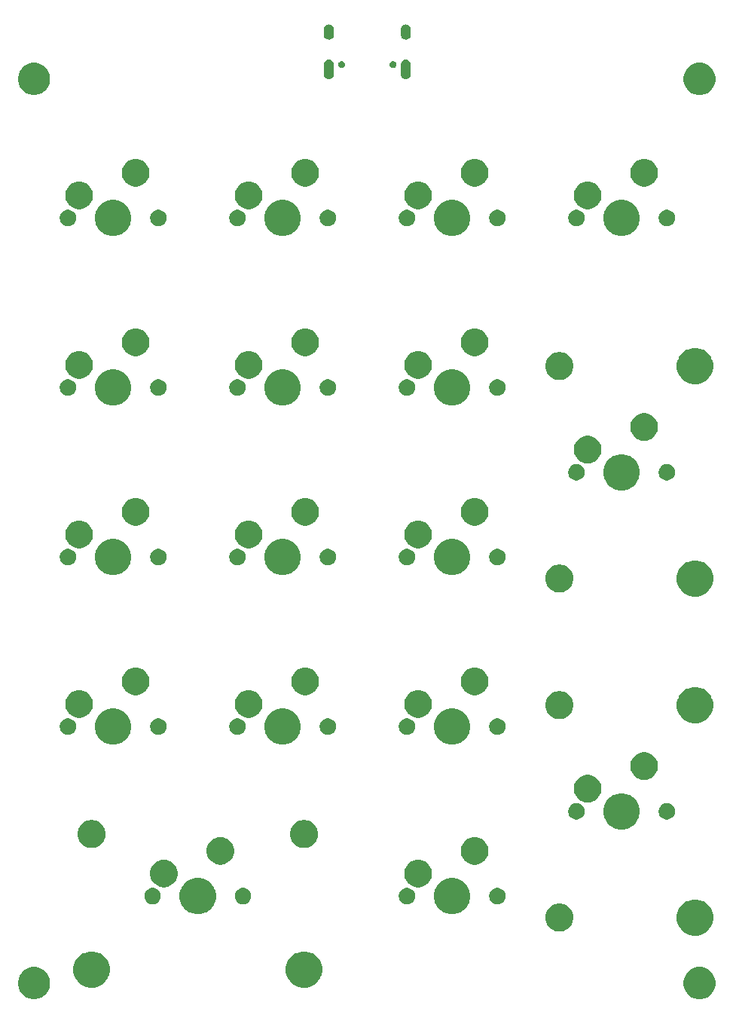
<source format=gbr>
G04 #@! TF.GenerationSoftware,KiCad,Pcbnew,(5.1.4)-1*
G04 #@! TF.CreationDate,2022-02-13T22:58:11-05:00*
G04 #@! TF.ProjectId,INT-1,494e542d-312e-46b6-9963-61645f706362,rev?*
G04 #@! TF.SameCoordinates,Original*
G04 #@! TF.FileFunction,Soldermask,Top*
G04 #@! TF.FilePolarity,Negative*
%FSLAX46Y46*%
G04 Gerber Fmt 4.6, Leading zero omitted, Abs format (unit mm)*
G04 Created by KiCad (PCBNEW (5.1.4)-1) date 2022-02-13 22:58:11*
%MOMM*%
%LPD*%
G04 APERTURE LIST*
%ADD10C,0.100000*%
G04 APERTURE END LIST*
D10*
G36*
X190009331Y-141143211D02*
G01*
X190337092Y-141278974D01*
X190632070Y-141476072D01*
X190882928Y-141726930D01*
X191080026Y-142021908D01*
X191215789Y-142349669D01*
X191285000Y-142697616D01*
X191285000Y-143052384D01*
X191215789Y-143400331D01*
X191080026Y-143728092D01*
X190882928Y-144023070D01*
X190632070Y-144273928D01*
X190337092Y-144471026D01*
X190009331Y-144606789D01*
X189661384Y-144676000D01*
X189306616Y-144676000D01*
X188958669Y-144606789D01*
X188630908Y-144471026D01*
X188335930Y-144273928D01*
X188085072Y-144023070D01*
X187887974Y-143728092D01*
X187752211Y-143400331D01*
X187683000Y-143052384D01*
X187683000Y-142697616D01*
X187752211Y-142349669D01*
X187887974Y-142021908D01*
X188085072Y-141726930D01*
X188335930Y-141476072D01*
X188630908Y-141278974D01*
X188958669Y-141143211D01*
X189306616Y-141074000D01*
X189661384Y-141074000D01*
X190009331Y-141143211D01*
X190009331Y-141143211D01*
G37*
G36*
X115206331Y-141143211D02*
G01*
X115534092Y-141278974D01*
X115829070Y-141476072D01*
X116079928Y-141726930D01*
X116277026Y-142021908D01*
X116412789Y-142349669D01*
X116482000Y-142697616D01*
X116482000Y-143052384D01*
X116412789Y-143400331D01*
X116277026Y-143728092D01*
X116079928Y-144023070D01*
X115829070Y-144273928D01*
X115534092Y-144471026D01*
X115206331Y-144606789D01*
X114858384Y-144676000D01*
X114503616Y-144676000D01*
X114155669Y-144606789D01*
X113827908Y-144471026D01*
X113532930Y-144273928D01*
X113282072Y-144023070D01*
X113084974Y-143728092D01*
X112949211Y-143400331D01*
X112880000Y-143052384D01*
X112880000Y-142697616D01*
X112949211Y-142349669D01*
X113084974Y-142021908D01*
X113282072Y-141726930D01*
X113532930Y-141476072D01*
X113827908Y-141278974D01*
X114155669Y-141143211D01*
X114503616Y-141074000D01*
X114858384Y-141074000D01*
X115206331Y-141143211D01*
X115206331Y-141143211D01*
G37*
G36*
X145630474Y-139384684D02*
G01*
X145848474Y-139474983D01*
X146002623Y-139538833D01*
X146337548Y-139762623D01*
X146622377Y-140047452D01*
X146846167Y-140382377D01*
X146846167Y-140382378D01*
X147000316Y-140754526D01*
X147078900Y-141149594D01*
X147078900Y-141552406D01*
X147000316Y-141947474D01*
X146969484Y-142021908D01*
X146846167Y-142319623D01*
X146622377Y-142654548D01*
X146337548Y-142939377D01*
X146002623Y-143163167D01*
X145848474Y-143227017D01*
X145630474Y-143317316D01*
X145235406Y-143395900D01*
X144832594Y-143395900D01*
X144437526Y-143317316D01*
X144219526Y-143227017D01*
X144065377Y-143163167D01*
X143730452Y-142939377D01*
X143445623Y-142654548D01*
X143221833Y-142319623D01*
X143098516Y-142021908D01*
X143067684Y-141947474D01*
X142989100Y-141552406D01*
X142989100Y-141149594D01*
X143067684Y-140754526D01*
X143221833Y-140382378D01*
X143221833Y-140382377D01*
X143445623Y-140047452D01*
X143730452Y-139762623D01*
X144065377Y-139538833D01*
X144219526Y-139474983D01*
X144437526Y-139384684D01*
X144832594Y-139306100D01*
X145235406Y-139306100D01*
X145630474Y-139384684D01*
X145630474Y-139384684D01*
G37*
G36*
X121754474Y-139384684D02*
G01*
X121972474Y-139474983D01*
X122126623Y-139538833D01*
X122461548Y-139762623D01*
X122746377Y-140047452D01*
X122970167Y-140382377D01*
X122970167Y-140382378D01*
X123124316Y-140754526D01*
X123202900Y-141149594D01*
X123202900Y-141552406D01*
X123124316Y-141947474D01*
X123093484Y-142021908D01*
X122970167Y-142319623D01*
X122746377Y-142654548D01*
X122461548Y-142939377D01*
X122126623Y-143163167D01*
X121972474Y-143227017D01*
X121754474Y-143317316D01*
X121359406Y-143395900D01*
X120956594Y-143395900D01*
X120561526Y-143317316D01*
X120343526Y-143227017D01*
X120189377Y-143163167D01*
X119854452Y-142939377D01*
X119569623Y-142654548D01*
X119345833Y-142319623D01*
X119222516Y-142021908D01*
X119191684Y-141947474D01*
X119113100Y-141552406D01*
X119113100Y-141149594D01*
X119191684Y-140754526D01*
X119345833Y-140382378D01*
X119345833Y-140382377D01*
X119569623Y-140047452D01*
X119854452Y-139762623D01*
X120189377Y-139538833D01*
X120343526Y-139474983D01*
X120561526Y-139384684D01*
X120956594Y-139306100D01*
X121359406Y-139306100D01*
X121754474Y-139384684D01*
X121754474Y-139384684D01*
G37*
G36*
X189572474Y-133542684D02*
G01*
X189790474Y-133632983D01*
X189944623Y-133696833D01*
X190279548Y-133920623D01*
X190564377Y-134205452D01*
X190788167Y-134540377D01*
X190788167Y-134540378D01*
X190942316Y-134912526D01*
X191020900Y-135307594D01*
X191020900Y-135710406D01*
X190942316Y-136105474D01*
X190880363Y-136255041D01*
X190788167Y-136477623D01*
X190564377Y-136812548D01*
X190279548Y-137097377D01*
X189944623Y-137321167D01*
X189790474Y-137385017D01*
X189572474Y-137475316D01*
X189177406Y-137553900D01*
X188774594Y-137553900D01*
X188379526Y-137475316D01*
X188161526Y-137385017D01*
X188007377Y-137321167D01*
X187672452Y-137097377D01*
X187387623Y-136812548D01*
X187163833Y-136477623D01*
X187071637Y-136255041D01*
X187009684Y-136105474D01*
X186931100Y-135710406D01*
X186931100Y-135307594D01*
X187009684Y-134912526D01*
X187163833Y-134540378D01*
X187163833Y-134540377D01*
X187387623Y-134205452D01*
X187672452Y-133920623D01*
X188007377Y-133696833D01*
X188161526Y-133632983D01*
X188379526Y-133542684D01*
X188774594Y-133464100D01*
X189177406Y-133464100D01*
X189572474Y-133542684D01*
X189572474Y-133542684D01*
G37*
G36*
X174195411Y-133994526D02*
G01*
X174314137Y-134043704D01*
X174482041Y-134113252D01*
X174482042Y-134113253D01*
X174740004Y-134285617D01*
X174959383Y-134504996D01*
X174983024Y-134540378D01*
X175131748Y-134762959D01*
X175191895Y-134908167D01*
X175250474Y-135049589D01*
X175268637Y-135140900D01*
X175311000Y-135353875D01*
X175311000Y-135664125D01*
X175250474Y-135968410D01*
X175131748Y-136255041D01*
X175131747Y-136255042D01*
X174959383Y-136513004D01*
X174740004Y-136732383D01*
X174620028Y-136812548D01*
X174482041Y-136904748D01*
X174314137Y-136974296D01*
X174195411Y-137023474D01*
X174043267Y-137053737D01*
X173891125Y-137084000D01*
X173580875Y-137084000D01*
X173428733Y-137053737D01*
X173276589Y-137023474D01*
X173157863Y-136974296D01*
X172989959Y-136904748D01*
X172851972Y-136812548D01*
X172731996Y-136732383D01*
X172512617Y-136513004D01*
X172340253Y-136255042D01*
X172340252Y-136255041D01*
X172221526Y-135968410D01*
X172161000Y-135664125D01*
X172161000Y-135353875D01*
X172203363Y-135140900D01*
X172221526Y-135049589D01*
X172280105Y-134908167D01*
X172340252Y-134762959D01*
X172488976Y-134540378D01*
X172512617Y-134504996D01*
X172731996Y-134285617D01*
X172989958Y-134113253D01*
X172989959Y-134113252D01*
X173157863Y-134043704D01*
X173276589Y-133994526D01*
X173580875Y-133934000D01*
X173891125Y-133934000D01*
X174195411Y-133994526D01*
X174195411Y-133994526D01*
G37*
G36*
X133692474Y-131129684D02*
G01*
X133910474Y-131219983D01*
X134064623Y-131283833D01*
X134399548Y-131507623D01*
X134684377Y-131792452D01*
X134908167Y-132127377D01*
X134940562Y-132205586D01*
X135062316Y-132499526D01*
X135140900Y-132894594D01*
X135140900Y-133297406D01*
X135062316Y-133692474D01*
X135011451Y-133815272D01*
X134908167Y-134064623D01*
X134684377Y-134399548D01*
X134399548Y-134684377D01*
X134064623Y-134908167D01*
X133910474Y-134972017D01*
X133692474Y-135062316D01*
X133297406Y-135140900D01*
X132894594Y-135140900D01*
X132499526Y-135062316D01*
X132281526Y-134972017D01*
X132127377Y-134908167D01*
X131792452Y-134684377D01*
X131507623Y-134399548D01*
X131283833Y-134064623D01*
X131180549Y-133815272D01*
X131129684Y-133692474D01*
X131051100Y-133297406D01*
X131051100Y-132894594D01*
X131129684Y-132499526D01*
X131251438Y-132205586D01*
X131283833Y-132127377D01*
X131507623Y-131792452D01*
X131792452Y-131507623D01*
X132127377Y-131283833D01*
X132281526Y-131219983D01*
X132499526Y-131129684D01*
X132894594Y-131051100D01*
X133297406Y-131051100D01*
X133692474Y-131129684D01*
X133692474Y-131129684D01*
G37*
G36*
X162267474Y-131129684D02*
G01*
X162485474Y-131219983D01*
X162639623Y-131283833D01*
X162974548Y-131507623D01*
X163259377Y-131792452D01*
X163483167Y-132127377D01*
X163515562Y-132205586D01*
X163637316Y-132499526D01*
X163715900Y-132894594D01*
X163715900Y-133297406D01*
X163637316Y-133692474D01*
X163586451Y-133815272D01*
X163483167Y-134064623D01*
X163259377Y-134399548D01*
X162974548Y-134684377D01*
X162639623Y-134908167D01*
X162485474Y-134972017D01*
X162267474Y-135062316D01*
X161872406Y-135140900D01*
X161469594Y-135140900D01*
X161074526Y-135062316D01*
X160856526Y-134972017D01*
X160702377Y-134908167D01*
X160367452Y-134684377D01*
X160082623Y-134399548D01*
X159858833Y-134064623D01*
X159755549Y-133815272D01*
X159704684Y-133692474D01*
X159626100Y-133297406D01*
X159626100Y-132894594D01*
X159704684Y-132499526D01*
X159826438Y-132205586D01*
X159858833Y-132127377D01*
X160082623Y-131792452D01*
X160367452Y-131507623D01*
X160702377Y-131283833D01*
X160856526Y-131219983D01*
X161074526Y-131129684D01*
X161469594Y-131051100D01*
X161872406Y-131051100D01*
X162267474Y-131129684D01*
X162267474Y-131129684D01*
G37*
G36*
X156861104Y-132205585D02*
G01*
X157029626Y-132275389D01*
X157181291Y-132376728D01*
X157310272Y-132505709D01*
X157411611Y-132657374D01*
X157481415Y-132825896D01*
X157517000Y-133004797D01*
X157517000Y-133187203D01*
X157481415Y-133366104D01*
X157411611Y-133534626D01*
X157310272Y-133686291D01*
X157181291Y-133815272D01*
X157029626Y-133916611D01*
X156861104Y-133986415D01*
X156682203Y-134022000D01*
X156499797Y-134022000D01*
X156320896Y-133986415D01*
X156152374Y-133916611D01*
X156000709Y-133815272D01*
X155871728Y-133686291D01*
X155770389Y-133534626D01*
X155700585Y-133366104D01*
X155665000Y-133187203D01*
X155665000Y-133004797D01*
X155700585Y-132825896D01*
X155770389Y-132657374D01*
X155871728Y-132505709D01*
X156000709Y-132376728D01*
X156152374Y-132275389D01*
X156320896Y-132205585D01*
X156499797Y-132170000D01*
X156682203Y-132170000D01*
X156861104Y-132205585D01*
X156861104Y-132205585D01*
G37*
G36*
X167021104Y-132205585D02*
G01*
X167189626Y-132275389D01*
X167341291Y-132376728D01*
X167470272Y-132505709D01*
X167571611Y-132657374D01*
X167641415Y-132825896D01*
X167677000Y-133004797D01*
X167677000Y-133187203D01*
X167641415Y-133366104D01*
X167571611Y-133534626D01*
X167470272Y-133686291D01*
X167341291Y-133815272D01*
X167189626Y-133916611D01*
X167021104Y-133986415D01*
X166842203Y-134022000D01*
X166659797Y-134022000D01*
X166480896Y-133986415D01*
X166312374Y-133916611D01*
X166160709Y-133815272D01*
X166031728Y-133686291D01*
X165930389Y-133534626D01*
X165860585Y-133366104D01*
X165825000Y-133187203D01*
X165825000Y-133004797D01*
X165860585Y-132825896D01*
X165930389Y-132657374D01*
X166031728Y-132505709D01*
X166160709Y-132376728D01*
X166312374Y-132275389D01*
X166480896Y-132205585D01*
X166659797Y-132170000D01*
X166842203Y-132170000D01*
X167021104Y-132205585D01*
X167021104Y-132205585D01*
G37*
G36*
X138446104Y-132205585D02*
G01*
X138614626Y-132275389D01*
X138766291Y-132376728D01*
X138895272Y-132505709D01*
X138996611Y-132657374D01*
X139066415Y-132825896D01*
X139102000Y-133004797D01*
X139102000Y-133187203D01*
X139066415Y-133366104D01*
X138996611Y-133534626D01*
X138895272Y-133686291D01*
X138766291Y-133815272D01*
X138614626Y-133916611D01*
X138446104Y-133986415D01*
X138267203Y-134022000D01*
X138084797Y-134022000D01*
X137905896Y-133986415D01*
X137737374Y-133916611D01*
X137585709Y-133815272D01*
X137456728Y-133686291D01*
X137355389Y-133534626D01*
X137285585Y-133366104D01*
X137250000Y-133187203D01*
X137250000Y-133004797D01*
X137285585Y-132825896D01*
X137355389Y-132657374D01*
X137456728Y-132505709D01*
X137585709Y-132376728D01*
X137737374Y-132275389D01*
X137905896Y-132205585D01*
X138084797Y-132170000D01*
X138267203Y-132170000D01*
X138446104Y-132205585D01*
X138446104Y-132205585D01*
G37*
G36*
X128286104Y-132205585D02*
G01*
X128454626Y-132275389D01*
X128606291Y-132376728D01*
X128735272Y-132505709D01*
X128836611Y-132657374D01*
X128906415Y-132825896D01*
X128942000Y-133004797D01*
X128942000Y-133187203D01*
X128906415Y-133366104D01*
X128836611Y-133534626D01*
X128735272Y-133686291D01*
X128606291Y-133815272D01*
X128454626Y-133916611D01*
X128286104Y-133986415D01*
X128107203Y-134022000D01*
X127924797Y-134022000D01*
X127745896Y-133986415D01*
X127577374Y-133916611D01*
X127425709Y-133815272D01*
X127296728Y-133686291D01*
X127195389Y-133534626D01*
X127125585Y-133366104D01*
X127090000Y-133187203D01*
X127090000Y-133004797D01*
X127125585Y-132825896D01*
X127195389Y-132657374D01*
X127296728Y-132505709D01*
X127425709Y-132376728D01*
X127577374Y-132275389D01*
X127745896Y-132205585D01*
X127924797Y-132170000D01*
X128107203Y-132170000D01*
X128286104Y-132205585D01*
X128286104Y-132205585D01*
G37*
G36*
X158163585Y-129034802D02*
G01*
X158313410Y-129064604D01*
X158595674Y-129181521D01*
X158849705Y-129351259D01*
X159065741Y-129567295D01*
X159235479Y-129821326D01*
X159352396Y-130103590D01*
X159412000Y-130403240D01*
X159412000Y-130708760D01*
X159352396Y-131008410D01*
X159235479Y-131290674D01*
X159065741Y-131544705D01*
X158849705Y-131760741D01*
X158595674Y-131930479D01*
X158313410Y-132047396D01*
X158163585Y-132077198D01*
X158013761Y-132107000D01*
X157708239Y-132107000D01*
X157558415Y-132077198D01*
X157408590Y-132047396D01*
X157126326Y-131930479D01*
X156872295Y-131760741D01*
X156656259Y-131544705D01*
X156486521Y-131290674D01*
X156369604Y-131008410D01*
X156310000Y-130708760D01*
X156310000Y-130403240D01*
X156369604Y-130103590D01*
X156486521Y-129821326D01*
X156656259Y-129567295D01*
X156872295Y-129351259D01*
X157126326Y-129181521D01*
X157408590Y-129064604D01*
X157558415Y-129034802D01*
X157708239Y-129005000D01*
X158013761Y-129005000D01*
X158163585Y-129034802D01*
X158163585Y-129034802D01*
G37*
G36*
X129588585Y-129034802D02*
G01*
X129738410Y-129064604D01*
X130020674Y-129181521D01*
X130274705Y-129351259D01*
X130490741Y-129567295D01*
X130660479Y-129821326D01*
X130777396Y-130103590D01*
X130837000Y-130403240D01*
X130837000Y-130708760D01*
X130777396Y-131008410D01*
X130660479Y-131290674D01*
X130490741Y-131544705D01*
X130274705Y-131760741D01*
X130020674Y-131930479D01*
X129738410Y-132047396D01*
X129588585Y-132077198D01*
X129438761Y-132107000D01*
X129133239Y-132107000D01*
X128983415Y-132077198D01*
X128833590Y-132047396D01*
X128551326Y-131930479D01*
X128297295Y-131760741D01*
X128081259Y-131544705D01*
X127911521Y-131290674D01*
X127794604Y-131008410D01*
X127735000Y-130708760D01*
X127735000Y-130403240D01*
X127794604Y-130103590D01*
X127911521Y-129821326D01*
X128081259Y-129567295D01*
X128297295Y-129351259D01*
X128551326Y-129181521D01*
X128833590Y-129064604D01*
X128983415Y-129034802D01*
X129133239Y-129005000D01*
X129438761Y-129005000D01*
X129588585Y-129034802D01*
X129588585Y-129034802D01*
G37*
G36*
X135938585Y-126494802D02*
G01*
X136088410Y-126524604D01*
X136370674Y-126641521D01*
X136624705Y-126811259D01*
X136840741Y-127027295D01*
X137010479Y-127281326D01*
X137127396Y-127563590D01*
X137187000Y-127863240D01*
X137187000Y-128168760D01*
X137127396Y-128468410D01*
X137010479Y-128750674D01*
X136840741Y-129004705D01*
X136624705Y-129220741D01*
X136370674Y-129390479D01*
X136088410Y-129507396D01*
X135938585Y-129537198D01*
X135788761Y-129567000D01*
X135483239Y-129567000D01*
X135333415Y-129537198D01*
X135183590Y-129507396D01*
X134901326Y-129390479D01*
X134647295Y-129220741D01*
X134431259Y-129004705D01*
X134261521Y-128750674D01*
X134144604Y-128468410D01*
X134085000Y-128168760D01*
X134085000Y-127863240D01*
X134144604Y-127563590D01*
X134261521Y-127281326D01*
X134431259Y-127027295D01*
X134647295Y-126811259D01*
X134901326Y-126641521D01*
X135183590Y-126524604D01*
X135333415Y-126494802D01*
X135483239Y-126465000D01*
X135788761Y-126465000D01*
X135938585Y-126494802D01*
X135938585Y-126494802D01*
G37*
G36*
X164513585Y-126494802D02*
G01*
X164663410Y-126524604D01*
X164945674Y-126641521D01*
X165199705Y-126811259D01*
X165415741Y-127027295D01*
X165585479Y-127281326D01*
X165702396Y-127563590D01*
X165762000Y-127863240D01*
X165762000Y-128168760D01*
X165702396Y-128468410D01*
X165585479Y-128750674D01*
X165415741Y-129004705D01*
X165199705Y-129220741D01*
X164945674Y-129390479D01*
X164663410Y-129507396D01*
X164513585Y-129537198D01*
X164363761Y-129567000D01*
X164058239Y-129567000D01*
X163908415Y-129537198D01*
X163758590Y-129507396D01*
X163476326Y-129390479D01*
X163222295Y-129220741D01*
X163006259Y-129004705D01*
X162836521Y-128750674D01*
X162719604Y-128468410D01*
X162660000Y-128168760D01*
X162660000Y-127863240D01*
X162719604Y-127563590D01*
X162836521Y-127281326D01*
X163006259Y-127027295D01*
X163222295Y-126811259D01*
X163476326Y-126641521D01*
X163758590Y-126524604D01*
X163908415Y-126494802D01*
X164058239Y-126465000D01*
X164363761Y-126465000D01*
X164513585Y-126494802D01*
X164513585Y-126494802D01*
G37*
G36*
X145341267Y-124566263D02*
G01*
X145493411Y-124596526D01*
X145612137Y-124645704D01*
X145780041Y-124715252D01*
X145780042Y-124715253D01*
X146038004Y-124887617D01*
X146257383Y-125106996D01*
X146372553Y-125279361D01*
X146429748Y-125364959D01*
X146499296Y-125532863D01*
X146548474Y-125651589D01*
X146609000Y-125955876D01*
X146609000Y-126266124D01*
X146557586Y-126524604D01*
X146548474Y-126570410D01*
X146429748Y-126857041D01*
X146429747Y-126857042D01*
X146257383Y-127115004D01*
X146038004Y-127334383D01*
X145865639Y-127449553D01*
X145780041Y-127506748D01*
X145642809Y-127563591D01*
X145493411Y-127625474D01*
X145189125Y-127686000D01*
X144878875Y-127686000D01*
X144574589Y-127625474D01*
X144425191Y-127563591D01*
X144287959Y-127506748D01*
X144202361Y-127449553D01*
X144029996Y-127334383D01*
X143810617Y-127115004D01*
X143638253Y-126857042D01*
X143638252Y-126857041D01*
X143519526Y-126570410D01*
X143510415Y-126524604D01*
X143459000Y-126266124D01*
X143459000Y-125955876D01*
X143519526Y-125651589D01*
X143568704Y-125532863D01*
X143638252Y-125364959D01*
X143695447Y-125279361D01*
X143810617Y-125106996D01*
X144029996Y-124887617D01*
X144287958Y-124715253D01*
X144287959Y-124715252D01*
X144455863Y-124645704D01*
X144574589Y-124596526D01*
X144726733Y-124566263D01*
X144878875Y-124536000D01*
X145189125Y-124536000D01*
X145341267Y-124566263D01*
X145341267Y-124566263D01*
G37*
G36*
X121465267Y-124566263D02*
G01*
X121617411Y-124596526D01*
X121736137Y-124645704D01*
X121904041Y-124715252D01*
X121904042Y-124715253D01*
X122162004Y-124887617D01*
X122381383Y-125106996D01*
X122496553Y-125279361D01*
X122553748Y-125364959D01*
X122623296Y-125532863D01*
X122672474Y-125651589D01*
X122733000Y-125955876D01*
X122733000Y-126266124D01*
X122681586Y-126524604D01*
X122672474Y-126570410D01*
X122553748Y-126857041D01*
X122553747Y-126857042D01*
X122381383Y-127115004D01*
X122162004Y-127334383D01*
X121989639Y-127449553D01*
X121904041Y-127506748D01*
X121766809Y-127563591D01*
X121617411Y-127625474D01*
X121313125Y-127686000D01*
X121002875Y-127686000D01*
X120698589Y-127625474D01*
X120549191Y-127563591D01*
X120411959Y-127506748D01*
X120326361Y-127449553D01*
X120153996Y-127334383D01*
X119934617Y-127115004D01*
X119762253Y-126857042D01*
X119762252Y-126857041D01*
X119643526Y-126570410D01*
X119634415Y-126524604D01*
X119583000Y-126266124D01*
X119583000Y-125955876D01*
X119643526Y-125651589D01*
X119692704Y-125532863D01*
X119762252Y-125364959D01*
X119819447Y-125279361D01*
X119934617Y-125106996D01*
X120153996Y-124887617D01*
X120411958Y-124715253D01*
X120411959Y-124715252D01*
X120579863Y-124645704D01*
X120698589Y-124596526D01*
X120850733Y-124566263D01*
X121002875Y-124536000D01*
X121313125Y-124536000D01*
X121465267Y-124566263D01*
X121465267Y-124566263D01*
G37*
G36*
X181317474Y-121604684D02*
G01*
X181535474Y-121694983D01*
X181689623Y-121758833D01*
X182024548Y-121982623D01*
X182309377Y-122267452D01*
X182533167Y-122602377D01*
X182565562Y-122680586D01*
X182687316Y-122974526D01*
X182765900Y-123369594D01*
X182765900Y-123772406D01*
X182687316Y-124167474D01*
X182636451Y-124290272D01*
X182533167Y-124539623D01*
X182309377Y-124874548D01*
X182024548Y-125159377D01*
X181689623Y-125383167D01*
X181535474Y-125447017D01*
X181317474Y-125537316D01*
X180922406Y-125615900D01*
X180519594Y-125615900D01*
X180124526Y-125537316D01*
X179906526Y-125447017D01*
X179752377Y-125383167D01*
X179417452Y-125159377D01*
X179132623Y-124874548D01*
X178908833Y-124539623D01*
X178805549Y-124290272D01*
X178754684Y-124167474D01*
X178676100Y-123772406D01*
X178676100Y-123369594D01*
X178754684Y-122974526D01*
X178876438Y-122680586D01*
X178908833Y-122602377D01*
X179132623Y-122267452D01*
X179417452Y-121982623D01*
X179752377Y-121758833D01*
X179906526Y-121694983D01*
X180124526Y-121604684D01*
X180519594Y-121526100D01*
X180922406Y-121526100D01*
X181317474Y-121604684D01*
X181317474Y-121604684D01*
G37*
G36*
X186071104Y-122680585D02*
G01*
X186239626Y-122750389D01*
X186391291Y-122851728D01*
X186520272Y-122980709D01*
X186621611Y-123132374D01*
X186691415Y-123300896D01*
X186727000Y-123479797D01*
X186727000Y-123662203D01*
X186691415Y-123841104D01*
X186621611Y-124009626D01*
X186520272Y-124161291D01*
X186391291Y-124290272D01*
X186239626Y-124391611D01*
X186071104Y-124461415D01*
X185892203Y-124497000D01*
X185709797Y-124497000D01*
X185530896Y-124461415D01*
X185362374Y-124391611D01*
X185210709Y-124290272D01*
X185081728Y-124161291D01*
X184980389Y-124009626D01*
X184910585Y-123841104D01*
X184875000Y-123662203D01*
X184875000Y-123479797D01*
X184910585Y-123300896D01*
X184980389Y-123132374D01*
X185081728Y-122980709D01*
X185210709Y-122851728D01*
X185362374Y-122750389D01*
X185530896Y-122680585D01*
X185709797Y-122645000D01*
X185892203Y-122645000D01*
X186071104Y-122680585D01*
X186071104Y-122680585D01*
G37*
G36*
X175911104Y-122680585D02*
G01*
X176079626Y-122750389D01*
X176231291Y-122851728D01*
X176360272Y-122980709D01*
X176461611Y-123132374D01*
X176531415Y-123300896D01*
X176567000Y-123479797D01*
X176567000Y-123662203D01*
X176531415Y-123841104D01*
X176461611Y-124009626D01*
X176360272Y-124161291D01*
X176231291Y-124290272D01*
X176079626Y-124391611D01*
X175911104Y-124461415D01*
X175732203Y-124497000D01*
X175549797Y-124497000D01*
X175370896Y-124461415D01*
X175202374Y-124391611D01*
X175050709Y-124290272D01*
X174921728Y-124161291D01*
X174820389Y-124009626D01*
X174750585Y-123841104D01*
X174715000Y-123662203D01*
X174715000Y-123479797D01*
X174750585Y-123300896D01*
X174820389Y-123132374D01*
X174921728Y-122980709D01*
X175050709Y-122851728D01*
X175202374Y-122750389D01*
X175370896Y-122680585D01*
X175549797Y-122645000D01*
X175732203Y-122645000D01*
X175911104Y-122680585D01*
X175911104Y-122680585D01*
G37*
G36*
X177213585Y-119509802D02*
G01*
X177363410Y-119539604D01*
X177645674Y-119656521D01*
X177899705Y-119826259D01*
X178115741Y-120042295D01*
X178285479Y-120296326D01*
X178402396Y-120578590D01*
X178462000Y-120878240D01*
X178462000Y-121183760D01*
X178402396Y-121483410D01*
X178285479Y-121765674D01*
X178115741Y-122019705D01*
X177899705Y-122235741D01*
X177645674Y-122405479D01*
X177363410Y-122522396D01*
X177213585Y-122552198D01*
X177063761Y-122582000D01*
X176758239Y-122582000D01*
X176608415Y-122552198D01*
X176458590Y-122522396D01*
X176176326Y-122405479D01*
X175922295Y-122235741D01*
X175706259Y-122019705D01*
X175536521Y-121765674D01*
X175419604Y-121483410D01*
X175360000Y-121183760D01*
X175360000Y-120878240D01*
X175419604Y-120578590D01*
X175536521Y-120296326D01*
X175706259Y-120042295D01*
X175922295Y-119826259D01*
X176176326Y-119656521D01*
X176458590Y-119539604D01*
X176608415Y-119509802D01*
X176758239Y-119480000D01*
X177063761Y-119480000D01*
X177213585Y-119509802D01*
X177213585Y-119509802D01*
G37*
G36*
X183563585Y-116969802D02*
G01*
X183713410Y-116999604D01*
X183995674Y-117116521D01*
X184249705Y-117286259D01*
X184465741Y-117502295D01*
X184635479Y-117756326D01*
X184752396Y-118038590D01*
X184812000Y-118338240D01*
X184812000Y-118643760D01*
X184752396Y-118943410D01*
X184635479Y-119225674D01*
X184465741Y-119479705D01*
X184249705Y-119695741D01*
X183995674Y-119865479D01*
X183713410Y-119982396D01*
X183563585Y-120012198D01*
X183413761Y-120042000D01*
X183108239Y-120042000D01*
X182958415Y-120012198D01*
X182808590Y-119982396D01*
X182526326Y-119865479D01*
X182272295Y-119695741D01*
X182056259Y-119479705D01*
X181886521Y-119225674D01*
X181769604Y-118943410D01*
X181710000Y-118643760D01*
X181710000Y-118338240D01*
X181769604Y-118038590D01*
X181886521Y-117756326D01*
X182056259Y-117502295D01*
X182272295Y-117286259D01*
X182526326Y-117116521D01*
X182808590Y-116999604D01*
X182958415Y-116969802D01*
X183108239Y-116940000D01*
X183413761Y-116940000D01*
X183563585Y-116969802D01*
X183563585Y-116969802D01*
G37*
G36*
X143217474Y-112079684D02*
G01*
X143435474Y-112169983D01*
X143589623Y-112233833D01*
X143924548Y-112457623D01*
X144209377Y-112742452D01*
X144433167Y-113077377D01*
X144492813Y-113221377D01*
X144587316Y-113449526D01*
X144665900Y-113844594D01*
X144665900Y-114247406D01*
X144587316Y-114642474D01*
X144536451Y-114765272D01*
X144433167Y-115014623D01*
X144209377Y-115349548D01*
X143924548Y-115634377D01*
X143589623Y-115858167D01*
X143435474Y-115922017D01*
X143217474Y-116012316D01*
X142822406Y-116090900D01*
X142419594Y-116090900D01*
X142024526Y-116012316D01*
X141806526Y-115922017D01*
X141652377Y-115858167D01*
X141317452Y-115634377D01*
X141032623Y-115349548D01*
X140808833Y-115014623D01*
X140705549Y-114765272D01*
X140654684Y-114642474D01*
X140576100Y-114247406D01*
X140576100Y-113844594D01*
X140654684Y-113449526D01*
X140749187Y-113221377D01*
X140808833Y-113077377D01*
X141032623Y-112742452D01*
X141317452Y-112457623D01*
X141652377Y-112233833D01*
X141806526Y-112169983D01*
X142024526Y-112079684D01*
X142419594Y-112001100D01*
X142822406Y-112001100D01*
X143217474Y-112079684D01*
X143217474Y-112079684D01*
G37*
G36*
X124167474Y-112079684D02*
G01*
X124385474Y-112169983D01*
X124539623Y-112233833D01*
X124874548Y-112457623D01*
X125159377Y-112742452D01*
X125383167Y-113077377D01*
X125442813Y-113221377D01*
X125537316Y-113449526D01*
X125615900Y-113844594D01*
X125615900Y-114247406D01*
X125537316Y-114642474D01*
X125486451Y-114765272D01*
X125383167Y-115014623D01*
X125159377Y-115349548D01*
X124874548Y-115634377D01*
X124539623Y-115858167D01*
X124385474Y-115922017D01*
X124167474Y-116012316D01*
X123772406Y-116090900D01*
X123369594Y-116090900D01*
X122974526Y-116012316D01*
X122756526Y-115922017D01*
X122602377Y-115858167D01*
X122267452Y-115634377D01*
X121982623Y-115349548D01*
X121758833Y-115014623D01*
X121655549Y-114765272D01*
X121604684Y-114642474D01*
X121526100Y-114247406D01*
X121526100Y-113844594D01*
X121604684Y-113449526D01*
X121699187Y-113221377D01*
X121758833Y-113077377D01*
X121982623Y-112742452D01*
X122267452Y-112457623D01*
X122602377Y-112233833D01*
X122756526Y-112169983D01*
X122974526Y-112079684D01*
X123369594Y-112001100D01*
X123772406Y-112001100D01*
X124167474Y-112079684D01*
X124167474Y-112079684D01*
G37*
G36*
X162267474Y-112079684D02*
G01*
X162485474Y-112169983D01*
X162639623Y-112233833D01*
X162974548Y-112457623D01*
X163259377Y-112742452D01*
X163483167Y-113077377D01*
X163542813Y-113221377D01*
X163637316Y-113449526D01*
X163715900Y-113844594D01*
X163715900Y-114247406D01*
X163637316Y-114642474D01*
X163586451Y-114765272D01*
X163483167Y-115014623D01*
X163259377Y-115349548D01*
X162974548Y-115634377D01*
X162639623Y-115858167D01*
X162485474Y-115922017D01*
X162267474Y-116012316D01*
X161872406Y-116090900D01*
X161469594Y-116090900D01*
X161074526Y-116012316D01*
X160856526Y-115922017D01*
X160702377Y-115858167D01*
X160367452Y-115634377D01*
X160082623Y-115349548D01*
X159858833Y-115014623D01*
X159755549Y-114765272D01*
X159704684Y-114642474D01*
X159626100Y-114247406D01*
X159626100Y-113844594D01*
X159704684Y-113449526D01*
X159799187Y-113221377D01*
X159858833Y-113077377D01*
X160082623Y-112742452D01*
X160367452Y-112457623D01*
X160702377Y-112233833D01*
X160856526Y-112169983D01*
X161074526Y-112079684D01*
X161469594Y-112001100D01*
X161872406Y-112001100D01*
X162267474Y-112079684D01*
X162267474Y-112079684D01*
G37*
G36*
X147971104Y-113155585D02*
G01*
X148139626Y-113225389D01*
X148291291Y-113326728D01*
X148420272Y-113455709D01*
X148521611Y-113607374D01*
X148591415Y-113775896D01*
X148627000Y-113954797D01*
X148627000Y-114137203D01*
X148591415Y-114316104D01*
X148521611Y-114484626D01*
X148420272Y-114636291D01*
X148291291Y-114765272D01*
X148139626Y-114866611D01*
X147971104Y-114936415D01*
X147792203Y-114972000D01*
X147609797Y-114972000D01*
X147430896Y-114936415D01*
X147262374Y-114866611D01*
X147110709Y-114765272D01*
X146981728Y-114636291D01*
X146880389Y-114484626D01*
X146810585Y-114316104D01*
X146775000Y-114137203D01*
X146775000Y-113954797D01*
X146810585Y-113775896D01*
X146880389Y-113607374D01*
X146981728Y-113455709D01*
X147110709Y-113326728D01*
X147262374Y-113225389D01*
X147430896Y-113155585D01*
X147609797Y-113120000D01*
X147792203Y-113120000D01*
X147971104Y-113155585D01*
X147971104Y-113155585D01*
G37*
G36*
X128921104Y-113155585D02*
G01*
X129089626Y-113225389D01*
X129241291Y-113326728D01*
X129370272Y-113455709D01*
X129471611Y-113607374D01*
X129541415Y-113775896D01*
X129577000Y-113954797D01*
X129577000Y-114137203D01*
X129541415Y-114316104D01*
X129471611Y-114484626D01*
X129370272Y-114636291D01*
X129241291Y-114765272D01*
X129089626Y-114866611D01*
X128921104Y-114936415D01*
X128742203Y-114972000D01*
X128559797Y-114972000D01*
X128380896Y-114936415D01*
X128212374Y-114866611D01*
X128060709Y-114765272D01*
X127931728Y-114636291D01*
X127830389Y-114484626D01*
X127760585Y-114316104D01*
X127725000Y-114137203D01*
X127725000Y-113954797D01*
X127760585Y-113775896D01*
X127830389Y-113607374D01*
X127931728Y-113455709D01*
X128060709Y-113326728D01*
X128212374Y-113225389D01*
X128380896Y-113155585D01*
X128559797Y-113120000D01*
X128742203Y-113120000D01*
X128921104Y-113155585D01*
X128921104Y-113155585D01*
G37*
G36*
X137811104Y-113155585D02*
G01*
X137979626Y-113225389D01*
X138131291Y-113326728D01*
X138260272Y-113455709D01*
X138361611Y-113607374D01*
X138431415Y-113775896D01*
X138467000Y-113954797D01*
X138467000Y-114137203D01*
X138431415Y-114316104D01*
X138361611Y-114484626D01*
X138260272Y-114636291D01*
X138131291Y-114765272D01*
X137979626Y-114866611D01*
X137811104Y-114936415D01*
X137632203Y-114972000D01*
X137449797Y-114972000D01*
X137270896Y-114936415D01*
X137102374Y-114866611D01*
X136950709Y-114765272D01*
X136821728Y-114636291D01*
X136720389Y-114484626D01*
X136650585Y-114316104D01*
X136615000Y-114137203D01*
X136615000Y-113954797D01*
X136650585Y-113775896D01*
X136720389Y-113607374D01*
X136821728Y-113455709D01*
X136950709Y-113326728D01*
X137102374Y-113225389D01*
X137270896Y-113155585D01*
X137449797Y-113120000D01*
X137632203Y-113120000D01*
X137811104Y-113155585D01*
X137811104Y-113155585D01*
G37*
G36*
X156861104Y-113155585D02*
G01*
X157029626Y-113225389D01*
X157181291Y-113326728D01*
X157310272Y-113455709D01*
X157411611Y-113607374D01*
X157481415Y-113775896D01*
X157517000Y-113954797D01*
X157517000Y-114137203D01*
X157481415Y-114316104D01*
X157411611Y-114484626D01*
X157310272Y-114636291D01*
X157181291Y-114765272D01*
X157029626Y-114866611D01*
X156861104Y-114936415D01*
X156682203Y-114972000D01*
X156499797Y-114972000D01*
X156320896Y-114936415D01*
X156152374Y-114866611D01*
X156000709Y-114765272D01*
X155871728Y-114636291D01*
X155770389Y-114484626D01*
X155700585Y-114316104D01*
X155665000Y-114137203D01*
X155665000Y-113954797D01*
X155700585Y-113775896D01*
X155770389Y-113607374D01*
X155871728Y-113455709D01*
X156000709Y-113326728D01*
X156152374Y-113225389D01*
X156320896Y-113155585D01*
X156499797Y-113120000D01*
X156682203Y-113120000D01*
X156861104Y-113155585D01*
X156861104Y-113155585D01*
G37*
G36*
X118761104Y-113155585D02*
G01*
X118929626Y-113225389D01*
X119081291Y-113326728D01*
X119210272Y-113455709D01*
X119311611Y-113607374D01*
X119381415Y-113775896D01*
X119417000Y-113954797D01*
X119417000Y-114137203D01*
X119381415Y-114316104D01*
X119311611Y-114484626D01*
X119210272Y-114636291D01*
X119081291Y-114765272D01*
X118929626Y-114866611D01*
X118761104Y-114936415D01*
X118582203Y-114972000D01*
X118399797Y-114972000D01*
X118220896Y-114936415D01*
X118052374Y-114866611D01*
X117900709Y-114765272D01*
X117771728Y-114636291D01*
X117670389Y-114484626D01*
X117600585Y-114316104D01*
X117565000Y-114137203D01*
X117565000Y-113954797D01*
X117600585Y-113775896D01*
X117670389Y-113607374D01*
X117771728Y-113455709D01*
X117900709Y-113326728D01*
X118052374Y-113225389D01*
X118220896Y-113155585D01*
X118399797Y-113120000D01*
X118582203Y-113120000D01*
X118761104Y-113155585D01*
X118761104Y-113155585D01*
G37*
G36*
X167021104Y-113155585D02*
G01*
X167189626Y-113225389D01*
X167341291Y-113326728D01*
X167470272Y-113455709D01*
X167571611Y-113607374D01*
X167641415Y-113775896D01*
X167677000Y-113954797D01*
X167677000Y-114137203D01*
X167641415Y-114316104D01*
X167571611Y-114484626D01*
X167470272Y-114636291D01*
X167341291Y-114765272D01*
X167189626Y-114866611D01*
X167021104Y-114936415D01*
X166842203Y-114972000D01*
X166659797Y-114972000D01*
X166480896Y-114936415D01*
X166312374Y-114866611D01*
X166160709Y-114765272D01*
X166031728Y-114636291D01*
X165930389Y-114484626D01*
X165860585Y-114316104D01*
X165825000Y-114137203D01*
X165825000Y-113954797D01*
X165860585Y-113775896D01*
X165930389Y-113607374D01*
X166031728Y-113455709D01*
X166160709Y-113326728D01*
X166312374Y-113225389D01*
X166480896Y-113155585D01*
X166659797Y-113120000D01*
X166842203Y-113120000D01*
X167021104Y-113155585D01*
X167021104Y-113155585D01*
G37*
G36*
X189572474Y-109666684D02*
G01*
X189790474Y-109756983D01*
X189944623Y-109820833D01*
X190279548Y-110044623D01*
X190564377Y-110329452D01*
X190788167Y-110664377D01*
X190832467Y-110771328D01*
X190942316Y-111036526D01*
X191020900Y-111431594D01*
X191020900Y-111834406D01*
X190942316Y-112229474D01*
X190880363Y-112379041D01*
X190788167Y-112601623D01*
X190564377Y-112936548D01*
X190279548Y-113221377D01*
X189944623Y-113445167D01*
X189790474Y-113509017D01*
X189572474Y-113599316D01*
X189177406Y-113677900D01*
X188774594Y-113677900D01*
X188379526Y-113599316D01*
X188161526Y-113509017D01*
X188007377Y-113445167D01*
X187672452Y-113221377D01*
X187387623Y-112936548D01*
X187163833Y-112601623D01*
X187071637Y-112379041D01*
X187009684Y-112229474D01*
X186931100Y-111834406D01*
X186931100Y-111431594D01*
X187009684Y-111036526D01*
X187119533Y-110771328D01*
X187163833Y-110664377D01*
X187387623Y-110329452D01*
X187672452Y-110044623D01*
X188007377Y-109820833D01*
X188161526Y-109756983D01*
X188379526Y-109666684D01*
X188774594Y-109588100D01*
X189177406Y-109588100D01*
X189572474Y-109666684D01*
X189572474Y-109666684D01*
G37*
G36*
X174043267Y-110088263D02*
G01*
X174195411Y-110118526D01*
X174314137Y-110167704D01*
X174482041Y-110237252D01*
X174482042Y-110237253D01*
X174740004Y-110409617D01*
X174959383Y-110628996D01*
X174983024Y-110664378D01*
X175131748Y-110886959D01*
X175193700Y-111036525D01*
X175250474Y-111173589D01*
X175311000Y-111477876D01*
X175311000Y-111788124D01*
X175253006Y-112079684D01*
X175250474Y-112092410D01*
X175131748Y-112379041D01*
X175131747Y-112379042D01*
X174959383Y-112637004D01*
X174740004Y-112856383D01*
X174620028Y-112936548D01*
X174482041Y-113028748D01*
X174364637Y-113077378D01*
X174195411Y-113147474D01*
X173891125Y-113208000D01*
X173580875Y-113208000D01*
X173276589Y-113147474D01*
X173107363Y-113077378D01*
X172989959Y-113028748D01*
X172851972Y-112936548D01*
X172731996Y-112856383D01*
X172512617Y-112637004D01*
X172340253Y-112379042D01*
X172340252Y-112379041D01*
X172221526Y-112092410D01*
X172218995Y-112079684D01*
X172161000Y-111788124D01*
X172161000Y-111477876D01*
X172221526Y-111173589D01*
X172278300Y-111036525D01*
X172340252Y-110886959D01*
X172488976Y-110664378D01*
X172512617Y-110628996D01*
X172731996Y-110409617D01*
X172989958Y-110237253D01*
X172989959Y-110237252D01*
X173157863Y-110167704D01*
X173276589Y-110118526D01*
X173428733Y-110088263D01*
X173580875Y-110058000D01*
X173891125Y-110058000D01*
X174043267Y-110088263D01*
X174043267Y-110088263D01*
G37*
G36*
X158163585Y-109984802D02*
G01*
X158313410Y-110014604D01*
X158595674Y-110131521D01*
X158849705Y-110301259D01*
X159065741Y-110517295D01*
X159235479Y-110771326D01*
X159352396Y-111053590D01*
X159412000Y-111353240D01*
X159412000Y-111658760D01*
X159352396Y-111958410D01*
X159235479Y-112240674D01*
X159065741Y-112494705D01*
X158849705Y-112710741D01*
X158595674Y-112880479D01*
X158313410Y-112997396D01*
X158163585Y-113027198D01*
X158013761Y-113057000D01*
X157708239Y-113057000D01*
X157558415Y-113027198D01*
X157408590Y-112997396D01*
X157126326Y-112880479D01*
X156872295Y-112710741D01*
X156656259Y-112494705D01*
X156486521Y-112240674D01*
X156369604Y-111958410D01*
X156310000Y-111658760D01*
X156310000Y-111353240D01*
X156369604Y-111053590D01*
X156486521Y-110771326D01*
X156656259Y-110517295D01*
X156872295Y-110301259D01*
X157126326Y-110131521D01*
X157408590Y-110014604D01*
X157558415Y-109984802D01*
X157708239Y-109955000D01*
X158013761Y-109955000D01*
X158163585Y-109984802D01*
X158163585Y-109984802D01*
G37*
G36*
X139113585Y-109984802D02*
G01*
X139263410Y-110014604D01*
X139545674Y-110131521D01*
X139799705Y-110301259D01*
X140015741Y-110517295D01*
X140185479Y-110771326D01*
X140302396Y-111053590D01*
X140362000Y-111353240D01*
X140362000Y-111658760D01*
X140302396Y-111958410D01*
X140185479Y-112240674D01*
X140015741Y-112494705D01*
X139799705Y-112710741D01*
X139545674Y-112880479D01*
X139263410Y-112997396D01*
X139113585Y-113027198D01*
X138963761Y-113057000D01*
X138658239Y-113057000D01*
X138508415Y-113027198D01*
X138358590Y-112997396D01*
X138076326Y-112880479D01*
X137822295Y-112710741D01*
X137606259Y-112494705D01*
X137436521Y-112240674D01*
X137319604Y-111958410D01*
X137260000Y-111658760D01*
X137260000Y-111353240D01*
X137319604Y-111053590D01*
X137436521Y-110771326D01*
X137606259Y-110517295D01*
X137822295Y-110301259D01*
X138076326Y-110131521D01*
X138358590Y-110014604D01*
X138508415Y-109984802D01*
X138658239Y-109955000D01*
X138963761Y-109955000D01*
X139113585Y-109984802D01*
X139113585Y-109984802D01*
G37*
G36*
X120063585Y-109984802D02*
G01*
X120213410Y-110014604D01*
X120495674Y-110131521D01*
X120749705Y-110301259D01*
X120965741Y-110517295D01*
X121135479Y-110771326D01*
X121252396Y-111053590D01*
X121312000Y-111353240D01*
X121312000Y-111658760D01*
X121252396Y-111958410D01*
X121135479Y-112240674D01*
X120965741Y-112494705D01*
X120749705Y-112710741D01*
X120495674Y-112880479D01*
X120213410Y-112997396D01*
X120063585Y-113027198D01*
X119913761Y-113057000D01*
X119608239Y-113057000D01*
X119458415Y-113027198D01*
X119308590Y-112997396D01*
X119026326Y-112880479D01*
X118772295Y-112710741D01*
X118556259Y-112494705D01*
X118386521Y-112240674D01*
X118269604Y-111958410D01*
X118210000Y-111658760D01*
X118210000Y-111353240D01*
X118269604Y-111053590D01*
X118386521Y-110771326D01*
X118556259Y-110517295D01*
X118772295Y-110301259D01*
X119026326Y-110131521D01*
X119308590Y-110014604D01*
X119458415Y-109984802D01*
X119608239Y-109955000D01*
X119913761Y-109955000D01*
X120063585Y-109984802D01*
X120063585Y-109984802D01*
G37*
G36*
X164513585Y-107444802D02*
G01*
X164663410Y-107474604D01*
X164945674Y-107591521D01*
X165199705Y-107761259D01*
X165415741Y-107977295D01*
X165585479Y-108231326D01*
X165702396Y-108513590D01*
X165762000Y-108813240D01*
X165762000Y-109118760D01*
X165702396Y-109418410D01*
X165585479Y-109700674D01*
X165415741Y-109954705D01*
X165199705Y-110170741D01*
X164945674Y-110340479D01*
X164663410Y-110457396D01*
X164513585Y-110487198D01*
X164363761Y-110517000D01*
X164058239Y-110517000D01*
X163908415Y-110487198D01*
X163758590Y-110457396D01*
X163476326Y-110340479D01*
X163222295Y-110170741D01*
X163006259Y-109954705D01*
X162836521Y-109700674D01*
X162719604Y-109418410D01*
X162660000Y-109118760D01*
X162660000Y-108813240D01*
X162719604Y-108513590D01*
X162836521Y-108231326D01*
X163006259Y-107977295D01*
X163222295Y-107761259D01*
X163476326Y-107591521D01*
X163758590Y-107474604D01*
X163908415Y-107444802D01*
X164058239Y-107415000D01*
X164363761Y-107415000D01*
X164513585Y-107444802D01*
X164513585Y-107444802D01*
G37*
G36*
X145463585Y-107444802D02*
G01*
X145613410Y-107474604D01*
X145895674Y-107591521D01*
X146149705Y-107761259D01*
X146365741Y-107977295D01*
X146535479Y-108231326D01*
X146652396Y-108513590D01*
X146712000Y-108813240D01*
X146712000Y-109118760D01*
X146652396Y-109418410D01*
X146535479Y-109700674D01*
X146365741Y-109954705D01*
X146149705Y-110170741D01*
X145895674Y-110340479D01*
X145613410Y-110457396D01*
X145463585Y-110487198D01*
X145313761Y-110517000D01*
X145008239Y-110517000D01*
X144858415Y-110487198D01*
X144708590Y-110457396D01*
X144426326Y-110340479D01*
X144172295Y-110170741D01*
X143956259Y-109954705D01*
X143786521Y-109700674D01*
X143669604Y-109418410D01*
X143610000Y-109118760D01*
X143610000Y-108813240D01*
X143669604Y-108513590D01*
X143786521Y-108231326D01*
X143956259Y-107977295D01*
X144172295Y-107761259D01*
X144426326Y-107591521D01*
X144708590Y-107474604D01*
X144858415Y-107444802D01*
X145008239Y-107415000D01*
X145313761Y-107415000D01*
X145463585Y-107444802D01*
X145463585Y-107444802D01*
G37*
G36*
X126413585Y-107444802D02*
G01*
X126563410Y-107474604D01*
X126845674Y-107591521D01*
X127099705Y-107761259D01*
X127315741Y-107977295D01*
X127485479Y-108231326D01*
X127602396Y-108513590D01*
X127662000Y-108813240D01*
X127662000Y-109118760D01*
X127602396Y-109418410D01*
X127485479Y-109700674D01*
X127315741Y-109954705D01*
X127099705Y-110170741D01*
X126845674Y-110340479D01*
X126563410Y-110457396D01*
X126413585Y-110487198D01*
X126263761Y-110517000D01*
X125958239Y-110517000D01*
X125808415Y-110487198D01*
X125658590Y-110457396D01*
X125376326Y-110340479D01*
X125122295Y-110170741D01*
X124906259Y-109954705D01*
X124736521Y-109700674D01*
X124619604Y-109418410D01*
X124560000Y-109118760D01*
X124560000Y-108813240D01*
X124619604Y-108513590D01*
X124736521Y-108231326D01*
X124906259Y-107977295D01*
X125122295Y-107761259D01*
X125376326Y-107591521D01*
X125658590Y-107474604D01*
X125808415Y-107444802D01*
X125958239Y-107415000D01*
X126263761Y-107415000D01*
X126413585Y-107444802D01*
X126413585Y-107444802D01*
G37*
G36*
X189572474Y-95442684D02*
G01*
X189790474Y-95532983D01*
X189944623Y-95596833D01*
X190279548Y-95820623D01*
X190564377Y-96105452D01*
X190788167Y-96440377D01*
X190788167Y-96440378D01*
X190942316Y-96812526D01*
X191020900Y-97207594D01*
X191020900Y-97610406D01*
X190942316Y-98005474D01*
X190880363Y-98155041D01*
X190788167Y-98377623D01*
X190564377Y-98712548D01*
X190279548Y-98997377D01*
X189944623Y-99221167D01*
X189790474Y-99285017D01*
X189572474Y-99375316D01*
X189177406Y-99453900D01*
X188774594Y-99453900D01*
X188379526Y-99375316D01*
X188161526Y-99285017D01*
X188007377Y-99221167D01*
X187672452Y-98997377D01*
X187387623Y-98712548D01*
X187163833Y-98377623D01*
X187071637Y-98155041D01*
X187009684Y-98005474D01*
X186931100Y-97610406D01*
X186931100Y-97207594D01*
X187009684Y-96812526D01*
X187163833Y-96440378D01*
X187163833Y-96440377D01*
X187387623Y-96105452D01*
X187672452Y-95820623D01*
X188007377Y-95596833D01*
X188161526Y-95532983D01*
X188379526Y-95442684D01*
X188774594Y-95364100D01*
X189177406Y-95364100D01*
X189572474Y-95442684D01*
X189572474Y-95442684D01*
G37*
G36*
X174043267Y-95864263D02*
G01*
X174195411Y-95894526D01*
X174314137Y-95943704D01*
X174482041Y-96013252D01*
X174482042Y-96013253D01*
X174740004Y-96185617D01*
X174959383Y-96404996D01*
X174983024Y-96440378D01*
X175131748Y-96662959D01*
X175191895Y-96808167D01*
X175250474Y-96949589D01*
X175268637Y-97040900D01*
X175311000Y-97253875D01*
X175311000Y-97564125D01*
X175250474Y-97868410D01*
X175131748Y-98155041D01*
X175131747Y-98155042D01*
X174959383Y-98413004D01*
X174740004Y-98632383D01*
X174620028Y-98712548D01*
X174482041Y-98804748D01*
X174314137Y-98874296D01*
X174195411Y-98923474D01*
X174043267Y-98953737D01*
X173891125Y-98984000D01*
X173580875Y-98984000D01*
X173428733Y-98953737D01*
X173276589Y-98923474D01*
X173157863Y-98874296D01*
X172989959Y-98804748D01*
X172851972Y-98712548D01*
X172731996Y-98632383D01*
X172512617Y-98413004D01*
X172340253Y-98155042D01*
X172340252Y-98155041D01*
X172221526Y-97868410D01*
X172161000Y-97564125D01*
X172161000Y-97253875D01*
X172203363Y-97040900D01*
X172221526Y-96949589D01*
X172280105Y-96808167D01*
X172340252Y-96662959D01*
X172488976Y-96440378D01*
X172512617Y-96404996D01*
X172731996Y-96185617D01*
X172989958Y-96013253D01*
X172989959Y-96013252D01*
X173157863Y-95943704D01*
X173276589Y-95894526D01*
X173428733Y-95864263D01*
X173580875Y-95834000D01*
X173891125Y-95834000D01*
X174043267Y-95864263D01*
X174043267Y-95864263D01*
G37*
G36*
X124167474Y-93029684D02*
G01*
X124385474Y-93119983D01*
X124539623Y-93183833D01*
X124874548Y-93407623D01*
X125159377Y-93692452D01*
X125383167Y-94027377D01*
X125415562Y-94105586D01*
X125537316Y-94399526D01*
X125615900Y-94794594D01*
X125615900Y-95197406D01*
X125537316Y-95592474D01*
X125486451Y-95715272D01*
X125383167Y-95964623D01*
X125159377Y-96299548D01*
X124874548Y-96584377D01*
X124539623Y-96808167D01*
X124385474Y-96872017D01*
X124167474Y-96962316D01*
X123772406Y-97040900D01*
X123369594Y-97040900D01*
X122974526Y-96962316D01*
X122756526Y-96872017D01*
X122602377Y-96808167D01*
X122267452Y-96584377D01*
X121982623Y-96299548D01*
X121758833Y-95964623D01*
X121655549Y-95715272D01*
X121604684Y-95592474D01*
X121526100Y-95197406D01*
X121526100Y-94794594D01*
X121604684Y-94399526D01*
X121726438Y-94105586D01*
X121758833Y-94027377D01*
X121982623Y-93692452D01*
X122267452Y-93407623D01*
X122602377Y-93183833D01*
X122756526Y-93119983D01*
X122974526Y-93029684D01*
X123369594Y-92951100D01*
X123772406Y-92951100D01*
X124167474Y-93029684D01*
X124167474Y-93029684D01*
G37*
G36*
X143217474Y-93029684D02*
G01*
X143435474Y-93119983D01*
X143589623Y-93183833D01*
X143924548Y-93407623D01*
X144209377Y-93692452D01*
X144433167Y-94027377D01*
X144465562Y-94105586D01*
X144587316Y-94399526D01*
X144665900Y-94794594D01*
X144665900Y-95197406D01*
X144587316Y-95592474D01*
X144536451Y-95715272D01*
X144433167Y-95964623D01*
X144209377Y-96299548D01*
X143924548Y-96584377D01*
X143589623Y-96808167D01*
X143435474Y-96872017D01*
X143217474Y-96962316D01*
X142822406Y-97040900D01*
X142419594Y-97040900D01*
X142024526Y-96962316D01*
X141806526Y-96872017D01*
X141652377Y-96808167D01*
X141317452Y-96584377D01*
X141032623Y-96299548D01*
X140808833Y-95964623D01*
X140705549Y-95715272D01*
X140654684Y-95592474D01*
X140576100Y-95197406D01*
X140576100Y-94794594D01*
X140654684Y-94399526D01*
X140776438Y-94105586D01*
X140808833Y-94027377D01*
X141032623Y-93692452D01*
X141317452Y-93407623D01*
X141652377Y-93183833D01*
X141806526Y-93119983D01*
X142024526Y-93029684D01*
X142419594Y-92951100D01*
X142822406Y-92951100D01*
X143217474Y-93029684D01*
X143217474Y-93029684D01*
G37*
G36*
X162267474Y-93029684D02*
G01*
X162485474Y-93119983D01*
X162639623Y-93183833D01*
X162974548Y-93407623D01*
X163259377Y-93692452D01*
X163483167Y-94027377D01*
X163515562Y-94105586D01*
X163637316Y-94399526D01*
X163715900Y-94794594D01*
X163715900Y-95197406D01*
X163637316Y-95592474D01*
X163586451Y-95715272D01*
X163483167Y-95964623D01*
X163259377Y-96299548D01*
X162974548Y-96584377D01*
X162639623Y-96808167D01*
X162485474Y-96872017D01*
X162267474Y-96962316D01*
X161872406Y-97040900D01*
X161469594Y-97040900D01*
X161074526Y-96962316D01*
X160856526Y-96872017D01*
X160702377Y-96808167D01*
X160367452Y-96584377D01*
X160082623Y-96299548D01*
X159858833Y-95964623D01*
X159755549Y-95715272D01*
X159704684Y-95592474D01*
X159626100Y-95197406D01*
X159626100Y-94794594D01*
X159704684Y-94399526D01*
X159826438Y-94105586D01*
X159858833Y-94027377D01*
X160082623Y-93692452D01*
X160367452Y-93407623D01*
X160702377Y-93183833D01*
X160856526Y-93119983D01*
X161074526Y-93029684D01*
X161469594Y-92951100D01*
X161872406Y-92951100D01*
X162267474Y-93029684D01*
X162267474Y-93029684D01*
G37*
G36*
X128921104Y-94105585D02*
G01*
X129089626Y-94175389D01*
X129241291Y-94276728D01*
X129370272Y-94405709D01*
X129471611Y-94557374D01*
X129541415Y-94725896D01*
X129577000Y-94904797D01*
X129577000Y-95087203D01*
X129541415Y-95266104D01*
X129471611Y-95434626D01*
X129370272Y-95586291D01*
X129241291Y-95715272D01*
X129089626Y-95816611D01*
X128921104Y-95886415D01*
X128742203Y-95922000D01*
X128559797Y-95922000D01*
X128380896Y-95886415D01*
X128212374Y-95816611D01*
X128060709Y-95715272D01*
X127931728Y-95586291D01*
X127830389Y-95434626D01*
X127760585Y-95266104D01*
X127725000Y-95087203D01*
X127725000Y-94904797D01*
X127760585Y-94725896D01*
X127830389Y-94557374D01*
X127931728Y-94405709D01*
X128060709Y-94276728D01*
X128212374Y-94175389D01*
X128380896Y-94105585D01*
X128559797Y-94070000D01*
X128742203Y-94070000D01*
X128921104Y-94105585D01*
X128921104Y-94105585D01*
G37*
G36*
X147971104Y-94105585D02*
G01*
X148139626Y-94175389D01*
X148291291Y-94276728D01*
X148420272Y-94405709D01*
X148521611Y-94557374D01*
X148591415Y-94725896D01*
X148627000Y-94904797D01*
X148627000Y-95087203D01*
X148591415Y-95266104D01*
X148521611Y-95434626D01*
X148420272Y-95586291D01*
X148291291Y-95715272D01*
X148139626Y-95816611D01*
X147971104Y-95886415D01*
X147792203Y-95922000D01*
X147609797Y-95922000D01*
X147430896Y-95886415D01*
X147262374Y-95816611D01*
X147110709Y-95715272D01*
X146981728Y-95586291D01*
X146880389Y-95434626D01*
X146810585Y-95266104D01*
X146775000Y-95087203D01*
X146775000Y-94904797D01*
X146810585Y-94725896D01*
X146880389Y-94557374D01*
X146981728Y-94405709D01*
X147110709Y-94276728D01*
X147262374Y-94175389D01*
X147430896Y-94105585D01*
X147609797Y-94070000D01*
X147792203Y-94070000D01*
X147971104Y-94105585D01*
X147971104Y-94105585D01*
G37*
G36*
X137811104Y-94105585D02*
G01*
X137979626Y-94175389D01*
X138131291Y-94276728D01*
X138260272Y-94405709D01*
X138361611Y-94557374D01*
X138431415Y-94725896D01*
X138467000Y-94904797D01*
X138467000Y-95087203D01*
X138431415Y-95266104D01*
X138361611Y-95434626D01*
X138260272Y-95586291D01*
X138131291Y-95715272D01*
X137979626Y-95816611D01*
X137811104Y-95886415D01*
X137632203Y-95922000D01*
X137449797Y-95922000D01*
X137270896Y-95886415D01*
X137102374Y-95816611D01*
X136950709Y-95715272D01*
X136821728Y-95586291D01*
X136720389Y-95434626D01*
X136650585Y-95266104D01*
X136615000Y-95087203D01*
X136615000Y-94904797D01*
X136650585Y-94725896D01*
X136720389Y-94557374D01*
X136821728Y-94405709D01*
X136950709Y-94276728D01*
X137102374Y-94175389D01*
X137270896Y-94105585D01*
X137449797Y-94070000D01*
X137632203Y-94070000D01*
X137811104Y-94105585D01*
X137811104Y-94105585D01*
G37*
G36*
X156861104Y-94105585D02*
G01*
X157029626Y-94175389D01*
X157181291Y-94276728D01*
X157310272Y-94405709D01*
X157411611Y-94557374D01*
X157481415Y-94725896D01*
X157517000Y-94904797D01*
X157517000Y-95087203D01*
X157481415Y-95266104D01*
X157411611Y-95434626D01*
X157310272Y-95586291D01*
X157181291Y-95715272D01*
X157029626Y-95816611D01*
X156861104Y-95886415D01*
X156682203Y-95922000D01*
X156499797Y-95922000D01*
X156320896Y-95886415D01*
X156152374Y-95816611D01*
X156000709Y-95715272D01*
X155871728Y-95586291D01*
X155770389Y-95434626D01*
X155700585Y-95266104D01*
X155665000Y-95087203D01*
X155665000Y-94904797D01*
X155700585Y-94725896D01*
X155770389Y-94557374D01*
X155871728Y-94405709D01*
X156000709Y-94276728D01*
X156152374Y-94175389D01*
X156320896Y-94105585D01*
X156499797Y-94070000D01*
X156682203Y-94070000D01*
X156861104Y-94105585D01*
X156861104Y-94105585D01*
G37*
G36*
X118761104Y-94105585D02*
G01*
X118929626Y-94175389D01*
X119081291Y-94276728D01*
X119210272Y-94405709D01*
X119311611Y-94557374D01*
X119381415Y-94725896D01*
X119417000Y-94904797D01*
X119417000Y-95087203D01*
X119381415Y-95266104D01*
X119311611Y-95434626D01*
X119210272Y-95586291D01*
X119081291Y-95715272D01*
X118929626Y-95816611D01*
X118761104Y-95886415D01*
X118582203Y-95922000D01*
X118399797Y-95922000D01*
X118220896Y-95886415D01*
X118052374Y-95816611D01*
X117900709Y-95715272D01*
X117771728Y-95586291D01*
X117670389Y-95434626D01*
X117600585Y-95266104D01*
X117565000Y-95087203D01*
X117565000Y-94904797D01*
X117600585Y-94725896D01*
X117670389Y-94557374D01*
X117771728Y-94405709D01*
X117900709Y-94276728D01*
X118052374Y-94175389D01*
X118220896Y-94105585D01*
X118399797Y-94070000D01*
X118582203Y-94070000D01*
X118761104Y-94105585D01*
X118761104Y-94105585D01*
G37*
G36*
X167021104Y-94105585D02*
G01*
X167189626Y-94175389D01*
X167341291Y-94276728D01*
X167470272Y-94405709D01*
X167571611Y-94557374D01*
X167641415Y-94725896D01*
X167677000Y-94904797D01*
X167677000Y-95087203D01*
X167641415Y-95266104D01*
X167571611Y-95434626D01*
X167470272Y-95586291D01*
X167341291Y-95715272D01*
X167189626Y-95816611D01*
X167021104Y-95886415D01*
X166842203Y-95922000D01*
X166659797Y-95922000D01*
X166480896Y-95886415D01*
X166312374Y-95816611D01*
X166160709Y-95715272D01*
X166031728Y-95586291D01*
X165930389Y-95434626D01*
X165860585Y-95266104D01*
X165825000Y-95087203D01*
X165825000Y-94904797D01*
X165860585Y-94725896D01*
X165930389Y-94557374D01*
X166031728Y-94405709D01*
X166160709Y-94276728D01*
X166312374Y-94175389D01*
X166480896Y-94105585D01*
X166659797Y-94070000D01*
X166842203Y-94070000D01*
X167021104Y-94105585D01*
X167021104Y-94105585D01*
G37*
G36*
X120063585Y-90934802D02*
G01*
X120213410Y-90964604D01*
X120495674Y-91081521D01*
X120749705Y-91251259D01*
X120965741Y-91467295D01*
X121135479Y-91721326D01*
X121252396Y-92003590D01*
X121312000Y-92303240D01*
X121312000Y-92608760D01*
X121252396Y-92908410D01*
X121135479Y-93190674D01*
X120965741Y-93444705D01*
X120749705Y-93660741D01*
X120495674Y-93830479D01*
X120213410Y-93947396D01*
X120063585Y-93977198D01*
X119913761Y-94007000D01*
X119608239Y-94007000D01*
X119458415Y-93977198D01*
X119308590Y-93947396D01*
X119026326Y-93830479D01*
X118772295Y-93660741D01*
X118556259Y-93444705D01*
X118386521Y-93190674D01*
X118269604Y-92908410D01*
X118210000Y-92608760D01*
X118210000Y-92303240D01*
X118269604Y-92003590D01*
X118386521Y-91721326D01*
X118556259Y-91467295D01*
X118772295Y-91251259D01*
X119026326Y-91081521D01*
X119308590Y-90964604D01*
X119458415Y-90934802D01*
X119608239Y-90905000D01*
X119913761Y-90905000D01*
X120063585Y-90934802D01*
X120063585Y-90934802D01*
G37*
G36*
X158163585Y-90934802D02*
G01*
X158313410Y-90964604D01*
X158595674Y-91081521D01*
X158849705Y-91251259D01*
X159065741Y-91467295D01*
X159235479Y-91721326D01*
X159352396Y-92003590D01*
X159412000Y-92303240D01*
X159412000Y-92608760D01*
X159352396Y-92908410D01*
X159235479Y-93190674D01*
X159065741Y-93444705D01*
X158849705Y-93660741D01*
X158595674Y-93830479D01*
X158313410Y-93947396D01*
X158163585Y-93977198D01*
X158013761Y-94007000D01*
X157708239Y-94007000D01*
X157558415Y-93977198D01*
X157408590Y-93947396D01*
X157126326Y-93830479D01*
X156872295Y-93660741D01*
X156656259Y-93444705D01*
X156486521Y-93190674D01*
X156369604Y-92908410D01*
X156310000Y-92608760D01*
X156310000Y-92303240D01*
X156369604Y-92003590D01*
X156486521Y-91721326D01*
X156656259Y-91467295D01*
X156872295Y-91251259D01*
X157126326Y-91081521D01*
X157408590Y-90964604D01*
X157558415Y-90934802D01*
X157708239Y-90905000D01*
X158013761Y-90905000D01*
X158163585Y-90934802D01*
X158163585Y-90934802D01*
G37*
G36*
X139113585Y-90934802D02*
G01*
X139263410Y-90964604D01*
X139545674Y-91081521D01*
X139799705Y-91251259D01*
X140015741Y-91467295D01*
X140185479Y-91721326D01*
X140302396Y-92003590D01*
X140362000Y-92303240D01*
X140362000Y-92608760D01*
X140302396Y-92908410D01*
X140185479Y-93190674D01*
X140015741Y-93444705D01*
X139799705Y-93660741D01*
X139545674Y-93830479D01*
X139263410Y-93947396D01*
X139113585Y-93977198D01*
X138963761Y-94007000D01*
X138658239Y-94007000D01*
X138508415Y-93977198D01*
X138358590Y-93947396D01*
X138076326Y-93830479D01*
X137822295Y-93660741D01*
X137606259Y-93444705D01*
X137436521Y-93190674D01*
X137319604Y-92908410D01*
X137260000Y-92608760D01*
X137260000Y-92303240D01*
X137319604Y-92003590D01*
X137436521Y-91721326D01*
X137606259Y-91467295D01*
X137822295Y-91251259D01*
X138076326Y-91081521D01*
X138358590Y-90964604D01*
X138508415Y-90934802D01*
X138658239Y-90905000D01*
X138963761Y-90905000D01*
X139113585Y-90934802D01*
X139113585Y-90934802D01*
G37*
G36*
X164513585Y-88394802D02*
G01*
X164663410Y-88424604D01*
X164945674Y-88541521D01*
X165199705Y-88711259D01*
X165415741Y-88927295D01*
X165585479Y-89181326D01*
X165702396Y-89463590D01*
X165762000Y-89763240D01*
X165762000Y-90068760D01*
X165702396Y-90368410D01*
X165585479Y-90650674D01*
X165415741Y-90904705D01*
X165199705Y-91120741D01*
X164945674Y-91290479D01*
X164663410Y-91407396D01*
X164513585Y-91437198D01*
X164363761Y-91467000D01*
X164058239Y-91467000D01*
X163908415Y-91437198D01*
X163758590Y-91407396D01*
X163476326Y-91290479D01*
X163222295Y-91120741D01*
X163006259Y-90904705D01*
X162836521Y-90650674D01*
X162719604Y-90368410D01*
X162660000Y-90068760D01*
X162660000Y-89763240D01*
X162719604Y-89463590D01*
X162836521Y-89181326D01*
X163006259Y-88927295D01*
X163222295Y-88711259D01*
X163476326Y-88541521D01*
X163758590Y-88424604D01*
X163908415Y-88394802D01*
X164058239Y-88365000D01*
X164363761Y-88365000D01*
X164513585Y-88394802D01*
X164513585Y-88394802D01*
G37*
G36*
X145463585Y-88394802D02*
G01*
X145613410Y-88424604D01*
X145895674Y-88541521D01*
X146149705Y-88711259D01*
X146365741Y-88927295D01*
X146535479Y-89181326D01*
X146652396Y-89463590D01*
X146712000Y-89763240D01*
X146712000Y-90068760D01*
X146652396Y-90368410D01*
X146535479Y-90650674D01*
X146365741Y-90904705D01*
X146149705Y-91120741D01*
X145895674Y-91290479D01*
X145613410Y-91407396D01*
X145463585Y-91437198D01*
X145313761Y-91467000D01*
X145008239Y-91467000D01*
X144858415Y-91437198D01*
X144708590Y-91407396D01*
X144426326Y-91290479D01*
X144172295Y-91120741D01*
X143956259Y-90904705D01*
X143786521Y-90650674D01*
X143669604Y-90368410D01*
X143610000Y-90068760D01*
X143610000Y-89763240D01*
X143669604Y-89463590D01*
X143786521Y-89181326D01*
X143956259Y-88927295D01*
X144172295Y-88711259D01*
X144426326Y-88541521D01*
X144708590Y-88424604D01*
X144858415Y-88394802D01*
X145008239Y-88365000D01*
X145313761Y-88365000D01*
X145463585Y-88394802D01*
X145463585Y-88394802D01*
G37*
G36*
X126413585Y-88394802D02*
G01*
X126563410Y-88424604D01*
X126845674Y-88541521D01*
X127099705Y-88711259D01*
X127315741Y-88927295D01*
X127485479Y-89181326D01*
X127602396Y-89463590D01*
X127662000Y-89763240D01*
X127662000Y-90068760D01*
X127602396Y-90368410D01*
X127485479Y-90650674D01*
X127315741Y-90904705D01*
X127099705Y-91120741D01*
X126845674Y-91290479D01*
X126563410Y-91407396D01*
X126413585Y-91437198D01*
X126263761Y-91467000D01*
X125958239Y-91467000D01*
X125808415Y-91437198D01*
X125658590Y-91407396D01*
X125376326Y-91290479D01*
X125122295Y-91120741D01*
X124906259Y-90904705D01*
X124736521Y-90650674D01*
X124619604Y-90368410D01*
X124560000Y-90068760D01*
X124560000Y-89763240D01*
X124619604Y-89463590D01*
X124736521Y-89181326D01*
X124906259Y-88927295D01*
X125122295Y-88711259D01*
X125376326Y-88541521D01*
X125658590Y-88424604D01*
X125808415Y-88394802D01*
X125958239Y-88365000D01*
X126263761Y-88365000D01*
X126413585Y-88394802D01*
X126413585Y-88394802D01*
G37*
G36*
X181317474Y-83504684D02*
G01*
X181535474Y-83594983D01*
X181689623Y-83658833D01*
X182024548Y-83882623D01*
X182309377Y-84167452D01*
X182533167Y-84502377D01*
X182565562Y-84580586D01*
X182687316Y-84874526D01*
X182765900Y-85269594D01*
X182765900Y-85672406D01*
X182687316Y-86067474D01*
X182636451Y-86190272D01*
X182533167Y-86439623D01*
X182309377Y-86774548D01*
X182024548Y-87059377D01*
X181689623Y-87283167D01*
X181535474Y-87347017D01*
X181317474Y-87437316D01*
X180922406Y-87515900D01*
X180519594Y-87515900D01*
X180124526Y-87437316D01*
X179906526Y-87347017D01*
X179752377Y-87283167D01*
X179417452Y-87059377D01*
X179132623Y-86774548D01*
X178908833Y-86439623D01*
X178805549Y-86190272D01*
X178754684Y-86067474D01*
X178676100Y-85672406D01*
X178676100Y-85269594D01*
X178754684Y-84874526D01*
X178876438Y-84580586D01*
X178908833Y-84502377D01*
X179132623Y-84167452D01*
X179417452Y-83882623D01*
X179752377Y-83658833D01*
X179906526Y-83594983D01*
X180124526Y-83504684D01*
X180519594Y-83426100D01*
X180922406Y-83426100D01*
X181317474Y-83504684D01*
X181317474Y-83504684D01*
G37*
G36*
X175911104Y-84580585D02*
G01*
X176079626Y-84650389D01*
X176231291Y-84751728D01*
X176360272Y-84880709D01*
X176461611Y-85032374D01*
X176531415Y-85200896D01*
X176567000Y-85379797D01*
X176567000Y-85562203D01*
X176531415Y-85741104D01*
X176461611Y-85909626D01*
X176360272Y-86061291D01*
X176231291Y-86190272D01*
X176079626Y-86291611D01*
X175911104Y-86361415D01*
X175732203Y-86397000D01*
X175549797Y-86397000D01*
X175370896Y-86361415D01*
X175202374Y-86291611D01*
X175050709Y-86190272D01*
X174921728Y-86061291D01*
X174820389Y-85909626D01*
X174750585Y-85741104D01*
X174715000Y-85562203D01*
X174715000Y-85379797D01*
X174750585Y-85200896D01*
X174820389Y-85032374D01*
X174921728Y-84880709D01*
X175050709Y-84751728D01*
X175202374Y-84650389D01*
X175370896Y-84580585D01*
X175549797Y-84545000D01*
X175732203Y-84545000D01*
X175911104Y-84580585D01*
X175911104Y-84580585D01*
G37*
G36*
X186071104Y-84580585D02*
G01*
X186239626Y-84650389D01*
X186391291Y-84751728D01*
X186520272Y-84880709D01*
X186621611Y-85032374D01*
X186691415Y-85200896D01*
X186727000Y-85379797D01*
X186727000Y-85562203D01*
X186691415Y-85741104D01*
X186621611Y-85909626D01*
X186520272Y-86061291D01*
X186391291Y-86190272D01*
X186239626Y-86291611D01*
X186071104Y-86361415D01*
X185892203Y-86397000D01*
X185709797Y-86397000D01*
X185530896Y-86361415D01*
X185362374Y-86291611D01*
X185210709Y-86190272D01*
X185081728Y-86061291D01*
X184980389Y-85909626D01*
X184910585Y-85741104D01*
X184875000Y-85562203D01*
X184875000Y-85379797D01*
X184910585Y-85200896D01*
X184980389Y-85032374D01*
X185081728Y-84880709D01*
X185210709Y-84751728D01*
X185362374Y-84650389D01*
X185530896Y-84580585D01*
X185709797Y-84545000D01*
X185892203Y-84545000D01*
X186071104Y-84580585D01*
X186071104Y-84580585D01*
G37*
G36*
X177213585Y-81409802D02*
G01*
X177363410Y-81439604D01*
X177645674Y-81556521D01*
X177899705Y-81726259D01*
X178115741Y-81942295D01*
X178285479Y-82196326D01*
X178402396Y-82478590D01*
X178462000Y-82778240D01*
X178462000Y-83083760D01*
X178402396Y-83383410D01*
X178285479Y-83665674D01*
X178115741Y-83919705D01*
X177899705Y-84135741D01*
X177645674Y-84305479D01*
X177363410Y-84422396D01*
X177213585Y-84452198D01*
X177063761Y-84482000D01*
X176758239Y-84482000D01*
X176608415Y-84452198D01*
X176458590Y-84422396D01*
X176176326Y-84305479D01*
X175922295Y-84135741D01*
X175706259Y-83919705D01*
X175536521Y-83665674D01*
X175419604Y-83383410D01*
X175360000Y-83083760D01*
X175360000Y-82778240D01*
X175419604Y-82478590D01*
X175536521Y-82196326D01*
X175706259Y-81942295D01*
X175922295Y-81726259D01*
X176176326Y-81556521D01*
X176458590Y-81439604D01*
X176608415Y-81409802D01*
X176758239Y-81380000D01*
X177063761Y-81380000D01*
X177213585Y-81409802D01*
X177213585Y-81409802D01*
G37*
G36*
X183563585Y-78869802D02*
G01*
X183713410Y-78899604D01*
X183995674Y-79016521D01*
X184249705Y-79186259D01*
X184465741Y-79402295D01*
X184635479Y-79656326D01*
X184752396Y-79938590D01*
X184812000Y-80238240D01*
X184812000Y-80543760D01*
X184752396Y-80843410D01*
X184635479Y-81125674D01*
X184465741Y-81379705D01*
X184249705Y-81595741D01*
X183995674Y-81765479D01*
X183713410Y-81882396D01*
X183563585Y-81912198D01*
X183413761Y-81942000D01*
X183108239Y-81942000D01*
X182958415Y-81912198D01*
X182808590Y-81882396D01*
X182526326Y-81765479D01*
X182272295Y-81595741D01*
X182056259Y-81379705D01*
X181886521Y-81125674D01*
X181769604Y-80843410D01*
X181710000Y-80543760D01*
X181710000Y-80238240D01*
X181769604Y-79938590D01*
X181886521Y-79656326D01*
X182056259Y-79402295D01*
X182272295Y-79186259D01*
X182526326Y-79016521D01*
X182808590Y-78899604D01*
X182958415Y-78869802D01*
X183108239Y-78840000D01*
X183413761Y-78840000D01*
X183563585Y-78869802D01*
X183563585Y-78869802D01*
G37*
G36*
X124167474Y-73979684D02*
G01*
X124385474Y-74069983D01*
X124539623Y-74133833D01*
X124874548Y-74357623D01*
X125159377Y-74642452D01*
X125383167Y-74977377D01*
X125442813Y-75121377D01*
X125537316Y-75349526D01*
X125615900Y-75744594D01*
X125615900Y-76147406D01*
X125537316Y-76542474D01*
X125486451Y-76665272D01*
X125383167Y-76914623D01*
X125159377Y-77249548D01*
X124874548Y-77534377D01*
X124539623Y-77758167D01*
X124385474Y-77822017D01*
X124167474Y-77912316D01*
X123772406Y-77990900D01*
X123369594Y-77990900D01*
X122974526Y-77912316D01*
X122756526Y-77822017D01*
X122602377Y-77758167D01*
X122267452Y-77534377D01*
X121982623Y-77249548D01*
X121758833Y-76914623D01*
X121655549Y-76665272D01*
X121604684Y-76542474D01*
X121526100Y-76147406D01*
X121526100Y-75744594D01*
X121604684Y-75349526D01*
X121699187Y-75121377D01*
X121758833Y-74977377D01*
X121982623Y-74642452D01*
X122267452Y-74357623D01*
X122602377Y-74133833D01*
X122756526Y-74069983D01*
X122974526Y-73979684D01*
X123369594Y-73901100D01*
X123772406Y-73901100D01*
X124167474Y-73979684D01*
X124167474Y-73979684D01*
G37*
G36*
X162267474Y-73979684D02*
G01*
X162485474Y-74069983D01*
X162639623Y-74133833D01*
X162974548Y-74357623D01*
X163259377Y-74642452D01*
X163483167Y-74977377D01*
X163542813Y-75121377D01*
X163637316Y-75349526D01*
X163715900Y-75744594D01*
X163715900Y-76147406D01*
X163637316Y-76542474D01*
X163586451Y-76665272D01*
X163483167Y-76914623D01*
X163259377Y-77249548D01*
X162974548Y-77534377D01*
X162639623Y-77758167D01*
X162485474Y-77822017D01*
X162267474Y-77912316D01*
X161872406Y-77990900D01*
X161469594Y-77990900D01*
X161074526Y-77912316D01*
X160856526Y-77822017D01*
X160702377Y-77758167D01*
X160367452Y-77534377D01*
X160082623Y-77249548D01*
X159858833Y-76914623D01*
X159755549Y-76665272D01*
X159704684Y-76542474D01*
X159626100Y-76147406D01*
X159626100Y-75744594D01*
X159704684Y-75349526D01*
X159799187Y-75121377D01*
X159858833Y-74977377D01*
X160082623Y-74642452D01*
X160367452Y-74357623D01*
X160702377Y-74133833D01*
X160856526Y-74069983D01*
X161074526Y-73979684D01*
X161469594Y-73901100D01*
X161872406Y-73901100D01*
X162267474Y-73979684D01*
X162267474Y-73979684D01*
G37*
G36*
X143217474Y-73979684D02*
G01*
X143435474Y-74069983D01*
X143589623Y-74133833D01*
X143924548Y-74357623D01*
X144209377Y-74642452D01*
X144433167Y-74977377D01*
X144492813Y-75121377D01*
X144587316Y-75349526D01*
X144665900Y-75744594D01*
X144665900Y-76147406D01*
X144587316Y-76542474D01*
X144536451Y-76665272D01*
X144433167Y-76914623D01*
X144209377Y-77249548D01*
X143924548Y-77534377D01*
X143589623Y-77758167D01*
X143435474Y-77822017D01*
X143217474Y-77912316D01*
X142822406Y-77990900D01*
X142419594Y-77990900D01*
X142024526Y-77912316D01*
X141806526Y-77822017D01*
X141652377Y-77758167D01*
X141317452Y-77534377D01*
X141032623Y-77249548D01*
X140808833Y-76914623D01*
X140705549Y-76665272D01*
X140654684Y-76542474D01*
X140576100Y-76147406D01*
X140576100Y-75744594D01*
X140654684Y-75349526D01*
X140749187Y-75121377D01*
X140808833Y-74977377D01*
X141032623Y-74642452D01*
X141317452Y-74357623D01*
X141652377Y-74133833D01*
X141806526Y-74069983D01*
X142024526Y-73979684D01*
X142419594Y-73901100D01*
X142822406Y-73901100D01*
X143217474Y-73979684D01*
X143217474Y-73979684D01*
G37*
G36*
X147971104Y-75055585D02*
G01*
X148139626Y-75125389D01*
X148291291Y-75226728D01*
X148420272Y-75355709D01*
X148521611Y-75507374D01*
X148591415Y-75675896D01*
X148627000Y-75854797D01*
X148627000Y-76037203D01*
X148591415Y-76216104D01*
X148521611Y-76384626D01*
X148420272Y-76536291D01*
X148291291Y-76665272D01*
X148139626Y-76766611D01*
X147971104Y-76836415D01*
X147792203Y-76872000D01*
X147609797Y-76872000D01*
X147430896Y-76836415D01*
X147262374Y-76766611D01*
X147110709Y-76665272D01*
X146981728Y-76536291D01*
X146880389Y-76384626D01*
X146810585Y-76216104D01*
X146775000Y-76037203D01*
X146775000Y-75854797D01*
X146810585Y-75675896D01*
X146880389Y-75507374D01*
X146981728Y-75355709D01*
X147110709Y-75226728D01*
X147262374Y-75125389D01*
X147430896Y-75055585D01*
X147609797Y-75020000D01*
X147792203Y-75020000D01*
X147971104Y-75055585D01*
X147971104Y-75055585D01*
G37*
G36*
X167021104Y-75055585D02*
G01*
X167189626Y-75125389D01*
X167341291Y-75226728D01*
X167470272Y-75355709D01*
X167571611Y-75507374D01*
X167641415Y-75675896D01*
X167677000Y-75854797D01*
X167677000Y-76037203D01*
X167641415Y-76216104D01*
X167571611Y-76384626D01*
X167470272Y-76536291D01*
X167341291Y-76665272D01*
X167189626Y-76766611D01*
X167021104Y-76836415D01*
X166842203Y-76872000D01*
X166659797Y-76872000D01*
X166480896Y-76836415D01*
X166312374Y-76766611D01*
X166160709Y-76665272D01*
X166031728Y-76536291D01*
X165930389Y-76384626D01*
X165860585Y-76216104D01*
X165825000Y-76037203D01*
X165825000Y-75854797D01*
X165860585Y-75675896D01*
X165930389Y-75507374D01*
X166031728Y-75355709D01*
X166160709Y-75226728D01*
X166312374Y-75125389D01*
X166480896Y-75055585D01*
X166659797Y-75020000D01*
X166842203Y-75020000D01*
X167021104Y-75055585D01*
X167021104Y-75055585D01*
G37*
G36*
X156861104Y-75055585D02*
G01*
X157029626Y-75125389D01*
X157181291Y-75226728D01*
X157310272Y-75355709D01*
X157411611Y-75507374D01*
X157481415Y-75675896D01*
X157517000Y-75854797D01*
X157517000Y-76037203D01*
X157481415Y-76216104D01*
X157411611Y-76384626D01*
X157310272Y-76536291D01*
X157181291Y-76665272D01*
X157029626Y-76766611D01*
X156861104Y-76836415D01*
X156682203Y-76872000D01*
X156499797Y-76872000D01*
X156320896Y-76836415D01*
X156152374Y-76766611D01*
X156000709Y-76665272D01*
X155871728Y-76536291D01*
X155770389Y-76384626D01*
X155700585Y-76216104D01*
X155665000Y-76037203D01*
X155665000Y-75854797D01*
X155700585Y-75675896D01*
X155770389Y-75507374D01*
X155871728Y-75355709D01*
X156000709Y-75226728D01*
X156152374Y-75125389D01*
X156320896Y-75055585D01*
X156499797Y-75020000D01*
X156682203Y-75020000D01*
X156861104Y-75055585D01*
X156861104Y-75055585D01*
G37*
G36*
X128921104Y-75055585D02*
G01*
X129089626Y-75125389D01*
X129241291Y-75226728D01*
X129370272Y-75355709D01*
X129471611Y-75507374D01*
X129541415Y-75675896D01*
X129577000Y-75854797D01*
X129577000Y-76037203D01*
X129541415Y-76216104D01*
X129471611Y-76384626D01*
X129370272Y-76536291D01*
X129241291Y-76665272D01*
X129089626Y-76766611D01*
X128921104Y-76836415D01*
X128742203Y-76872000D01*
X128559797Y-76872000D01*
X128380896Y-76836415D01*
X128212374Y-76766611D01*
X128060709Y-76665272D01*
X127931728Y-76536291D01*
X127830389Y-76384626D01*
X127760585Y-76216104D01*
X127725000Y-76037203D01*
X127725000Y-75854797D01*
X127760585Y-75675896D01*
X127830389Y-75507374D01*
X127931728Y-75355709D01*
X128060709Y-75226728D01*
X128212374Y-75125389D01*
X128380896Y-75055585D01*
X128559797Y-75020000D01*
X128742203Y-75020000D01*
X128921104Y-75055585D01*
X128921104Y-75055585D01*
G37*
G36*
X137811104Y-75055585D02*
G01*
X137979626Y-75125389D01*
X138131291Y-75226728D01*
X138260272Y-75355709D01*
X138361611Y-75507374D01*
X138431415Y-75675896D01*
X138467000Y-75854797D01*
X138467000Y-76037203D01*
X138431415Y-76216104D01*
X138361611Y-76384626D01*
X138260272Y-76536291D01*
X138131291Y-76665272D01*
X137979626Y-76766611D01*
X137811104Y-76836415D01*
X137632203Y-76872000D01*
X137449797Y-76872000D01*
X137270896Y-76836415D01*
X137102374Y-76766611D01*
X136950709Y-76665272D01*
X136821728Y-76536291D01*
X136720389Y-76384626D01*
X136650585Y-76216104D01*
X136615000Y-76037203D01*
X136615000Y-75854797D01*
X136650585Y-75675896D01*
X136720389Y-75507374D01*
X136821728Y-75355709D01*
X136950709Y-75226728D01*
X137102374Y-75125389D01*
X137270896Y-75055585D01*
X137449797Y-75020000D01*
X137632203Y-75020000D01*
X137811104Y-75055585D01*
X137811104Y-75055585D01*
G37*
G36*
X118761104Y-75055585D02*
G01*
X118929626Y-75125389D01*
X119081291Y-75226728D01*
X119210272Y-75355709D01*
X119311611Y-75507374D01*
X119381415Y-75675896D01*
X119417000Y-75854797D01*
X119417000Y-76037203D01*
X119381415Y-76216104D01*
X119311611Y-76384626D01*
X119210272Y-76536291D01*
X119081291Y-76665272D01*
X118929626Y-76766611D01*
X118761104Y-76836415D01*
X118582203Y-76872000D01*
X118399797Y-76872000D01*
X118220896Y-76836415D01*
X118052374Y-76766611D01*
X117900709Y-76665272D01*
X117771728Y-76536291D01*
X117670389Y-76384626D01*
X117600585Y-76216104D01*
X117565000Y-76037203D01*
X117565000Y-75854797D01*
X117600585Y-75675896D01*
X117670389Y-75507374D01*
X117771728Y-75355709D01*
X117900709Y-75226728D01*
X118052374Y-75125389D01*
X118220896Y-75055585D01*
X118399797Y-75020000D01*
X118582203Y-75020000D01*
X118761104Y-75055585D01*
X118761104Y-75055585D01*
G37*
G36*
X189572474Y-71566684D02*
G01*
X189790474Y-71656983D01*
X189944623Y-71720833D01*
X190279548Y-71944623D01*
X190564377Y-72229452D01*
X190788167Y-72564377D01*
X190832467Y-72671328D01*
X190942316Y-72936526D01*
X191020900Y-73331594D01*
X191020900Y-73734406D01*
X190942316Y-74129474D01*
X190880363Y-74279041D01*
X190788167Y-74501623D01*
X190564377Y-74836548D01*
X190279548Y-75121377D01*
X189944623Y-75345167D01*
X189790474Y-75409017D01*
X189572474Y-75499316D01*
X189177406Y-75577900D01*
X188774594Y-75577900D01*
X188379526Y-75499316D01*
X188161526Y-75409017D01*
X188007377Y-75345167D01*
X187672452Y-75121377D01*
X187387623Y-74836548D01*
X187163833Y-74501623D01*
X187071637Y-74279041D01*
X187009684Y-74129474D01*
X186931100Y-73734406D01*
X186931100Y-73331594D01*
X187009684Y-72936526D01*
X187119533Y-72671328D01*
X187163833Y-72564377D01*
X187387623Y-72229452D01*
X187672452Y-71944623D01*
X188007377Y-71720833D01*
X188161526Y-71656983D01*
X188379526Y-71566684D01*
X188774594Y-71488100D01*
X189177406Y-71488100D01*
X189572474Y-71566684D01*
X189572474Y-71566684D01*
G37*
G36*
X174043267Y-71988263D02*
G01*
X174195411Y-72018526D01*
X174314137Y-72067704D01*
X174482041Y-72137252D01*
X174482042Y-72137253D01*
X174740004Y-72309617D01*
X174959383Y-72528996D01*
X174983024Y-72564378D01*
X175131748Y-72786959D01*
X175193700Y-72936525D01*
X175250474Y-73073589D01*
X175311000Y-73377876D01*
X175311000Y-73688124D01*
X175253006Y-73979684D01*
X175250474Y-73992410D01*
X175131748Y-74279041D01*
X175131747Y-74279042D01*
X174959383Y-74537004D01*
X174740004Y-74756383D01*
X174620028Y-74836548D01*
X174482041Y-74928748D01*
X174364637Y-74977378D01*
X174195411Y-75047474D01*
X174043267Y-75077737D01*
X173891125Y-75108000D01*
X173580875Y-75108000D01*
X173428733Y-75077737D01*
X173276589Y-75047474D01*
X173107363Y-74977378D01*
X172989959Y-74928748D01*
X172851972Y-74836548D01*
X172731996Y-74756383D01*
X172512617Y-74537004D01*
X172340253Y-74279042D01*
X172340252Y-74279041D01*
X172221526Y-73992410D01*
X172218995Y-73979684D01*
X172161000Y-73688124D01*
X172161000Y-73377876D01*
X172221526Y-73073589D01*
X172278300Y-72936525D01*
X172340252Y-72786959D01*
X172488976Y-72564378D01*
X172512617Y-72528996D01*
X172731996Y-72309617D01*
X172989958Y-72137253D01*
X172989959Y-72137252D01*
X173157863Y-72067704D01*
X173276589Y-72018526D01*
X173428733Y-71988263D01*
X173580875Y-71958000D01*
X173891125Y-71958000D01*
X174043267Y-71988263D01*
X174043267Y-71988263D01*
G37*
G36*
X158163585Y-71884802D02*
G01*
X158313410Y-71914604D01*
X158595674Y-72031521D01*
X158849705Y-72201259D01*
X159065741Y-72417295D01*
X159235479Y-72671326D01*
X159352396Y-72953590D01*
X159412000Y-73253240D01*
X159412000Y-73558760D01*
X159352396Y-73858410D01*
X159235479Y-74140674D01*
X159065741Y-74394705D01*
X158849705Y-74610741D01*
X158595674Y-74780479D01*
X158313410Y-74897396D01*
X158163585Y-74927198D01*
X158013761Y-74957000D01*
X157708239Y-74957000D01*
X157558415Y-74927198D01*
X157408590Y-74897396D01*
X157126326Y-74780479D01*
X156872295Y-74610741D01*
X156656259Y-74394705D01*
X156486521Y-74140674D01*
X156369604Y-73858410D01*
X156310000Y-73558760D01*
X156310000Y-73253240D01*
X156369604Y-72953590D01*
X156486521Y-72671326D01*
X156656259Y-72417295D01*
X156872295Y-72201259D01*
X157126326Y-72031521D01*
X157408590Y-71914604D01*
X157558415Y-71884802D01*
X157708239Y-71855000D01*
X158013761Y-71855000D01*
X158163585Y-71884802D01*
X158163585Y-71884802D01*
G37*
G36*
X139113585Y-71884802D02*
G01*
X139263410Y-71914604D01*
X139545674Y-72031521D01*
X139799705Y-72201259D01*
X140015741Y-72417295D01*
X140185479Y-72671326D01*
X140302396Y-72953590D01*
X140362000Y-73253240D01*
X140362000Y-73558760D01*
X140302396Y-73858410D01*
X140185479Y-74140674D01*
X140015741Y-74394705D01*
X139799705Y-74610741D01*
X139545674Y-74780479D01*
X139263410Y-74897396D01*
X139113585Y-74927198D01*
X138963761Y-74957000D01*
X138658239Y-74957000D01*
X138508415Y-74927198D01*
X138358590Y-74897396D01*
X138076326Y-74780479D01*
X137822295Y-74610741D01*
X137606259Y-74394705D01*
X137436521Y-74140674D01*
X137319604Y-73858410D01*
X137260000Y-73558760D01*
X137260000Y-73253240D01*
X137319604Y-72953590D01*
X137436521Y-72671326D01*
X137606259Y-72417295D01*
X137822295Y-72201259D01*
X138076326Y-72031521D01*
X138358590Y-71914604D01*
X138508415Y-71884802D01*
X138658239Y-71855000D01*
X138963761Y-71855000D01*
X139113585Y-71884802D01*
X139113585Y-71884802D01*
G37*
G36*
X120063585Y-71884802D02*
G01*
X120213410Y-71914604D01*
X120495674Y-72031521D01*
X120749705Y-72201259D01*
X120965741Y-72417295D01*
X121135479Y-72671326D01*
X121252396Y-72953590D01*
X121312000Y-73253240D01*
X121312000Y-73558760D01*
X121252396Y-73858410D01*
X121135479Y-74140674D01*
X120965741Y-74394705D01*
X120749705Y-74610741D01*
X120495674Y-74780479D01*
X120213410Y-74897396D01*
X120063585Y-74927198D01*
X119913761Y-74957000D01*
X119608239Y-74957000D01*
X119458415Y-74927198D01*
X119308590Y-74897396D01*
X119026326Y-74780479D01*
X118772295Y-74610741D01*
X118556259Y-74394705D01*
X118386521Y-74140674D01*
X118269604Y-73858410D01*
X118210000Y-73558760D01*
X118210000Y-73253240D01*
X118269604Y-72953590D01*
X118386521Y-72671326D01*
X118556259Y-72417295D01*
X118772295Y-72201259D01*
X119026326Y-72031521D01*
X119308590Y-71914604D01*
X119458415Y-71884802D01*
X119608239Y-71855000D01*
X119913761Y-71855000D01*
X120063585Y-71884802D01*
X120063585Y-71884802D01*
G37*
G36*
X164513585Y-69344802D02*
G01*
X164663410Y-69374604D01*
X164945674Y-69491521D01*
X165199705Y-69661259D01*
X165415741Y-69877295D01*
X165585479Y-70131326D01*
X165702396Y-70413590D01*
X165762000Y-70713240D01*
X165762000Y-71018760D01*
X165702396Y-71318410D01*
X165585479Y-71600674D01*
X165415741Y-71854705D01*
X165199705Y-72070741D01*
X164945674Y-72240479D01*
X164663410Y-72357396D01*
X164513585Y-72387198D01*
X164363761Y-72417000D01*
X164058239Y-72417000D01*
X163908415Y-72387198D01*
X163758590Y-72357396D01*
X163476326Y-72240479D01*
X163222295Y-72070741D01*
X163006259Y-71854705D01*
X162836521Y-71600674D01*
X162719604Y-71318410D01*
X162660000Y-71018760D01*
X162660000Y-70713240D01*
X162719604Y-70413590D01*
X162836521Y-70131326D01*
X163006259Y-69877295D01*
X163222295Y-69661259D01*
X163476326Y-69491521D01*
X163758590Y-69374604D01*
X163908415Y-69344802D01*
X164058239Y-69315000D01*
X164363761Y-69315000D01*
X164513585Y-69344802D01*
X164513585Y-69344802D01*
G37*
G36*
X145463585Y-69344802D02*
G01*
X145613410Y-69374604D01*
X145895674Y-69491521D01*
X146149705Y-69661259D01*
X146365741Y-69877295D01*
X146535479Y-70131326D01*
X146652396Y-70413590D01*
X146712000Y-70713240D01*
X146712000Y-71018760D01*
X146652396Y-71318410D01*
X146535479Y-71600674D01*
X146365741Y-71854705D01*
X146149705Y-72070741D01*
X145895674Y-72240479D01*
X145613410Y-72357396D01*
X145463585Y-72387198D01*
X145313761Y-72417000D01*
X145008239Y-72417000D01*
X144858415Y-72387198D01*
X144708590Y-72357396D01*
X144426326Y-72240479D01*
X144172295Y-72070741D01*
X143956259Y-71854705D01*
X143786521Y-71600674D01*
X143669604Y-71318410D01*
X143610000Y-71018760D01*
X143610000Y-70713240D01*
X143669604Y-70413590D01*
X143786521Y-70131326D01*
X143956259Y-69877295D01*
X144172295Y-69661259D01*
X144426326Y-69491521D01*
X144708590Y-69374604D01*
X144858415Y-69344802D01*
X145008239Y-69315000D01*
X145313761Y-69315000D01*
X145463585Y-69344802D01*
X145463585Y-69344802D01*
G37*
G36*
X126413585Y-69344802D02*
G01*
X126563410Y-69374604D01*
X126845674Y-69491521D01*
X127099705Y-69661259D01*
X127315741Y-69877295D01*
X127485479Y-70131326D01*
X127602396Y-70413590D01*
X127662000Y-70713240D01*
X127662000Y-71018760D01*
X127602396Y-71318410D01*
X127485479Y-71600674D01*
X127315741Y-71854705D01*
X127099705Y-72070741D01*
X126845674Y-72240479D01*
X126563410Y-72357396D01*
X126413585Y-72387198D01*
X126263761Y-72417000D01*
X125958239Y-72417000D01*
X125808415Y-72387198D01*
X125658590Y-72357396D01*
X125376326Y-72240479D01*
X125122295Y-72070741D01*
X124906259Y-71854705D01*
X124736521Y-71600674D01*
X124619604Y-71318410D01*
X124560000Y-71018760D01*
X124560000Y-70713240D01*
X124619604Y-70413590D01*
X124736521Y-70131326D01*
X124906259Y-69877295D01*
X125122295Y-69661259D01*
X125376326Y-69491521D01*
X125658590Y-69374604D01*
X125808415Y-69344802D01*
X125958239Y-69315000D01*
X126263761Y-69315000D01*
X126413585Y-69344802D01*
X126413585Y-69344802D01*
G37*
G36*
X162267474Y-54929684D02*
G01*
X162485474Y-55019983D01*
X162639623Y-55083833D01*
X162974548Y-55307623D01*
X163259377Y-55592452D01*
X163483167Y-55927377D01*
X163515562Y-56005586D01*
X163637316Y-56299526D01*
X163715900Y-56694594D01*
X163715900Y-57097406D01*
X163637316Y-57492474D01*
X163586451Y-57615272D01*
X163483167Y-57864623D01*
X163259377Y-58199548D01*
X162974548Y-58484377D01*
X162639623Y-58708167D01*
X162485474Y-58772017D01*
X162267474Y-58862316D01*
X161872406Y-58940900D01*
X161469594Y-58940900D01*
X161074526Y-58862316D01*
X160856526Y-58772017D01*
X160702377Y-58708167D01*
X160367452Y-58484377D01*
X160082623Y-58199548D01*
X159858833Y-57864623D01*
X159755549Y-57615272D01*
X159704684Y-57492474D01*
X159626100Y-57097406D01*
X159626100Y-56694594D01*
X159704684Y-56299526D01*
X159826438Y-56005586D01*
X159858833Y-55927377D01*
X160082623Y-55592452D01*
X160367452Y-55307623D01*
X160702377Y-55083833D01*
X160856526Y-55019983D01*
X161074526Y-54929684D01*
X161469594Y-54851100D01*
X161872406Y-54851100D01*
X162267474Y-54929684D01*
X162267474Y-54929684D01*
G37*
G36*
X181317474Y-54929684D02*
G01*
X181535474Y-55019983D01*
X181689623Y-55083833D01*
X182024548Y-55307623D01*
X182309377Y-55592452D01*
X182533167Y-55927377D01*
X182565562Y-56005586D01*
X182687316Y-56299526D01*
X182765900Y-56694594D01*
X182765900Y-57097406D01*
X182687316Y-57492474D01*
X182636451Y-57615272D01*
X182533167Y-57864623D01*
X182309377Y-58199548D01*
X182024548Y-58484377D01*
X181689623Y-58708167D01*
X181535474Y-58772017D01*
X181317474Y-58862316D01*
X180922406Y-58940900D01*
X180519594Y-58940900D01*
X180124526Y-58862316D01*
X179906526Y-58772017D01*
X179752377Y-58708167D01*
X179417452Y-58484377D01*
X179132623Y-58199548D01*
X178908833Y-57864623D01*
X178805549Y-57615272D01*
X178754684Y-57492474D01*
X178676100Y-57097406D01*
X178676100Y-56694594D01*
X178754684Y-56299526D01*
X178876438Y-56005586D01*
X178908833Y-55927377D01*
X179132623Y-55592452D01*
X179417452Y-55307623D01*
X179752377Y-55083833D01*
X179906526Y-55019983D01*
X180124526Y-54929684D01*
X180519594Y-54851100D01*
X180922406Y-54851100D01*
X181317474Y-54929684D01*
X181317474Y-54929684D01*
G37*
G36*
X124167474Y-54929684D02*
G01*
X124385474Y-55019983D01*
X124539623Y-55083833D01*
X124874548Y-55307623D01*
X125159377Y-55592452D01*
X125383167Y-55927377D01*
X125415562Y-56005586D01*
X125537316Y-56299526D01*
X125615900Y-56694594D01*
X125615900Y-57097406D01*
X125537316Y-57492474D01*
X125486451Y-57615272D01*
X125383167Y-57864623D01*
X125159377Y-58199548D01*
X124874548Y-58484377D01*
X124539623Y-58708167D01*
X124385474Y-58772017D01*
X124167474Y-58862316D01*
X123772406Y-58940900D01*
X123369594Y-58940900D01*
X122974526Y-58862316D01*
X122756526Y-58772017D01*
X122602377Y-58708167D01*
X122267452Y-58484377D01*
X121982623Y-58199548D01*
X121758833Y-57864623D01*
X121655549Y-57615272D01*
X121604684Y-57492474D01*
X121526100Y-57097406D01*
X121526100Y-56694594D01*
X121604684Y-56299526D01*
X121726438Y-56005586D01*
X121758833Y-55927377D01*
X121982623Y-55592452D01*
X122267452Y-55307623D01*
X122602377Y-55083833D01*
X122756526Y-55019983D01*
X122974526Y-54929684D01*
X123369594Y-54851100D01*
X123772406Y-54851100D01*
X124167474Y-54929684D01*
X124167474Y-54929684D01*
G37*
G36*
X143217474Y-54929684D02*
G01*
X143435474Y-55019983D01*
X143589623Y-55083833D01*
X143924548Y-55307623D01*
X144209377Y-55592452D01*
X144433167Y-55927377D01*
X144465562Y-56005586D01*
X144587316Y-56299526D01*
X144665900Y-56694594D01*
X144665900Y-57097406D01*
X144587316Y-57492474D01*
X144536451Y-57615272D01*
X144433167Y-57864623D01*
X144209377Y-58199548D01*
X143924548Y-58484377D01*
X143589623Y-58708167D01*
X143435474Y-58772017D01*
X143217474Y-58862316D01*
X142822406Y-58940900D01*
X142419594Y-58940900D01*
X142024526Y-58862316D01*
X141806526Y-58772017D01*
X141652377Y-58708167D01*
X141317452Y-58484377D01*
X141032623Y-58199548D01*
X140808833Y-57864623D01*
X140705549Y-57615272D01*
X140654684Y-57492474D01*
X140576100Y-57097406D01*
X140576100Y-56694594D01*
X140654684Y-56299526D01*
X140776438Y-56005586D01*
X140808833Y-55927377D01*
X141032623Y-55592452D01*
X141317452Y-55307623D01*
X141652377Y-55083833D01*
X141806526Y-55019983D01*
X142024526Y-54929684D01*
X142419594Y-54851100D01*
X142822406Y-54851100D01*
X143217474Y-54929684D01*
X143217474Y-54929684D01*
G37*
G36*
X118761104Y-56005585D02*
G01*
X118929626Y-56075389D01*
X119081291Y-56176728D01*
X119210272Y-56305709D01*
X119311611Y-56457374D01*
X119381415Y-56625896D01*
X119417000Y-56804797D01*
X119417000Y-56987203D01*
X119381415Y-57166104D01*
X119311611Y-57334626D01*
X119210272Y-57486291D01*
X119081291Y-57615272D01*
X118929626Y-57716611D01*
X118761104Y-57786415D01*
X118582203Y-57822000D01*
X118399797Y-57822000D01*
X118220896Y-57786415D01*
X118052374Y-57716611D01*
X117900709Y-57615272D01*
X117771728Y-57486291D01*
X117670389Y-57334626D01*
X117600585Y-57166104D01*
X117565000Y-56987203D01*
X117565000Y-56804797D01*
X117600585Y-56625896D01*
X117670389Y-56457374D01*
X117771728Y-56305709D01*
X117900709Y-56176728D01*
X118052374Y-56075389D01*
X118220896Y-56005585D01*
X118399797Y-55970000D01*
X118582203Y-55970000D01*
X118761104Y-56005585D01*
X118761104Y-56005585D01*
G37*
G36*
X128921104Y-56005585D02*
G01*
X129089626Y-56075389D01*
X129241291Y-56176728D01*
X129370272Y-56305709D01*
X129471611Y-56457374D01*
X129541415Y-56625896D01*
X129577000Y-56804797D01*
X129577000Y-56987203D01*
X129541415Y-57166104D01*
X129471611Y-57334626D01*
X129370272Y-57486291D01*
X129241291Y-57615272D01*
X129089626Y-57716611D01*
X128921104Y-57786415D01*
X128742203Y-57822000D01*
X128559797Y-57822000D01*
X128380896Y-57786415D01*
X128212374Y-57716611D01*
X128060709Y-57615272D01*
X127931728Y-57486291D01*
X127830389Y-57334626D01*
X127760585Y-57166104D01*
X127725000Y-56987203D01*
X127725000Y-56804797D01*
X127760585Y-56625896D01*
X127830389Y-56457374D01*
X127931728Y-56305709D01*
X128060709Y-56176728D01*
X128212374Y-56075389D01*
X128380896Y-56005585D01*
X128559797Y-55970000D01*
X128742203Y-55970000D01*
X128921104Y-56005585D01*
X128921104Y-56005585D01*
G37*
G36*
X137811104Y-56005585D02*
G01*
X137979626Y-56075389D01*
X138131291Y-56176728D01*
X138260272Y-56305709D01*
X138361611Y-56457374D01*
X138431415Y-56625896D01*
X138467000Y-56804797D01*
X138467000Y-56987203D01*
X138431415Y-57166104D01*
X138361611Y-57334626D01*
X138260272Y-57486291D01*
X138131291Y-57615272D01*
X137979626Y-57716611D01*
X137811104Y-57786415D01*
X137632203Y-57822000D01*
X137449797Y-57822000D01*
X137270896Y-57786415D01*
X137102374Y-57716611D01*
X136950709Y-57615272D01*
X136821728Y-57486291D01*
X136720389Y-57334626D01*
X136650585Y-57166104D01*
X136615000Y-56987203D01*
X136615000Y-56804797D01*
X136650585Y-56625896D01*
X136720389Y-56457374D01*
X136821728Y-56305709D01*
X136950709Y-56176728D01*
X137102374Y-56075389D01*
X137270896Y-56005585D01*
X137449797Y-55970000D01*
X137632203Y-55970000D01*
X137811104Y-56005585D01*
X137811104Y-56005585D01*
G37*
G36*
X147971104Y-56005585D02*
G01*
X148139626Y-56075389D01*
X148291291Y-56176728D01*
X148420272Y-56305709D01*
X148521611Y-56457374D01*
X148591415Y-56625896D01*
X148627000Y-56804797D01*
X148627000Y-56987203D01*
X148591415Y-57166104D01*
X148521611Y-57334626D01*
X148420272Y-57486291D01*
X148291291Y-57615272D01*
X148139626Y-57716611D01*
X147971104Y-57786415D01*
X147792203Y-57822000D01*
X147609797Y-57822000D01*
X147430896Y-57786415D01*
X147262374Y-57716611D01*
X147110709Y-57615272D01*
X146981728Y-57486291D01*
X146880389Y-57334626D01*
X146810585Y-57166104D01*
X146775000Y-56987203D01*
X146775000Y-56804797D01*
X146810585Y-56625896D01*
X146880389Y-56457374D01*
X146981728Y-56305709D01*
X147110709Y-56176728D01*
X147262374Y-56075389D01*
X147430896Y-56005585D01*
X147609797Y-55970000D01*
X147792203Y-55970000D01*
X147971104Y-56005585D01*
X147971104Y-56005585D01*
G37*
G36*
X156861104Y-56005585D02*
G01*
X157029626Y-56075389D01*
X157181291Y-56176728D01*
X157310272Y-56305709D01*
X157411611Y-56457374D01*
X157481415Y-56625896D01*
X157517000Y-56804797D01*
X157517000Y-56987203D01*
X157481415Y-57166104D01*
X157411611Y-57334626D01*
X157310272Y-57486291D01*
X157181291Y-57615272D01*
X157029626Y-57716611D01*
X156861104Y-57786415D01*
X156682203Y-57822000D01*
X156499797Y-57822000D01*
X156320896Y-57786415D01*
X156152374Y-57716611D01*
X156000709Y-57615272D01*
X155871728Y-57486291D01*
X155770389Y-57334626D01*
X155700585Y-57166104D01*
X155665000Y-56987203D01*
X155665000Y-56804797D01*
X155700585Y-56625896D01*
X155770389Y-56457374D01*
X155871728Y-56305709D01*
X156000709Y-56176728D01*
X156152374Y-56075389D01*
X156320896Y-56005585D01*
X156499797Y-55970000D01*
X156682203Y-55970000D01*
X156861104Y-56005585D01*
X156861104Y-56005585D01*
G37*
G36*
X167021104Y-56005585D02*
G01*
X167189626Y-56075389D01*
X167341291Y-56176728D01*
X167470272Y-56305709D01*
X167571611Y-56457374D01*
X167641415Y-56625896D01*
X167677000Y-56804797D01*
X167677000Y-56987203D01*
X167641415Y-57166104D01*
X167571611Y-57334626D01*
X167470272Y-57486291D01*
X167341291Y-57615272D01*
X167189626Y-57716611D01*
X167021104Y-57786415D01*
X166842203Y-57822000D01*
X166659797Y-57822000D01*
X166480896Y-57786415D01*
X166312374Y-57716611D01*
X166160709Y-57615272D01*
X166031728Y-57486291D01*
X165930389Y-57334626D01*
X165860585Y-57166104D01*
X165825000Y-56987203D01*
X165825000Y-56804797D01*
X165860585Y-56625896D01*
X165930389Y-56457374D01*
X166031728Y-56305709D01*
X166160709Y-56176728D01*
X166312374Y-56075389D01*
X166480896Y-56005585D01*
X166659797Y-55970000D01*
X166842203Y-55970000D01*
X167021104Y-56005585D01*
X167021104Y-56005585D01*
G37*
G36*
X175911104Y-56005585D02*
G01*
X176079626Y-56075389D01*
X176231291Y-56176728D01*
X176360272Y-56305709D01*
X176461611Y-56457374D01*
X176531415Y-56625896D01*
X176567000Y-56804797D01*
X176567000Y-56987203D01*
X176531415Y-57166104D01*
X176461611Y-57334626D01*
X176360272Y-57486291D01*
X176231291Y-57615272D01*
X176079626Y-57716611D01*
X175911104Y-57786415D01*
X175732203Y-57822000D01*
X175549797Y-57822000D01*
X175370896Y-57786415D01*
X175202374Y-57716611D01*
X175050709Y-57615272D01*
X174921728Y-57486291D01*
X174820389Y-57334626D01*
X174750585Y-57166104D01*
X174715000Y-56987203D01*
X174715000Y-56804797D01*
X174750585Y-56625896D01*
X174820389Y-56457374D01*
X174921728Y-56305709D01*
X175050709Y-56176728D01*
X175202374Y-56075389D01*
X175370896Y-56005585D01*
X175549797Y-55970000D01*
X175732203Y-55970000D01*
X175911104Y-56005585D01*
X175911104Y-56005585D01*
G37*
G36*
X186071104Y-56005585D02*
G01*
X186239626Y-56075389D01*
X186391291Y-56176728D01*
X186520272Y-56305709D01*
X186621611Y-56457374D01*
X186691415Y-56625896D01*
X186727000Y-56804797D01*
X186727000Y-56987203D01*
X186691415Y-57166104D01*
X186621611Y-57334626D01*
X186520272Y-57486291D01*
X186391291Y-57615272D01*
X186239626Y-57716611D01*
X186071104Y-57786415D01*
X185892203Y-57822000D01*
X185709797Y-57822000D01*
X185530896Y-57786415D01*
X185362374Y-57716611D01*
X185210709Y-57615272D01*
X185081728Y-57486291D01*
X184980389Y-57334626D01*
X184910585Y-57166104D01*
X184875000Y-56987203D01*
X184875000Y-56804797D01*
X184910585Y-56625896D01*
X184980389Y-56457374D01*
X185081728Y-56305709D01*
X185210709Y-56176728D01*
X185362374Y-56075389D01*
X185530896Y-56005585D01*
X185709797Y-55970000D01*
X185892203Y-55970000D01*
X186071104Y-56005585D01*
X186071104Y-56005585D01*
G37*
G36*
X120063585Y-52834802D02*
G01*
X120213410Y-52864604D01*
X120495674Y-52981521D01*
X120749705Y-53151259D01*
X120965741Y-53367295D01*
X121135479Y-53621326D01*
X121252396Y-53903590D01*
X121312000Y-54203240D01*
X121312000Y-54508760D01*
X121252396Y-54808410D01*
X121135479Y-55090674D01*
X120965741Y-55344705D01*
X120749705Y-55560741D01*
X120495674Y-55730479D01*
X120213410Y-55847396D01*
X120063585Y-55877198D01*
X119913761Y-55907000D01*
X119608239Y-55907000D01*
X119458415Y-55877198D01*
X119308590Y-55847396D01*
X119026326Y-55730479D01*
X118772295Y-55560741D01*
X118556259Y-55344705D01*
X118386521Y-55090674D01*
X118269604Y-54808410D01*
X118210000Y-54508760D01*
X118210000Y-54203240D01*
X118269604Y-53903590D01*
X118386521Y-53621326D01*
X118556259Y-53367295D01*
X118772295Y-53151259D01*
X119026326Y-52981521D01*
X119308590Y-52864604D01*
X119458415Y-52834802D01*
X119608239Y-52805000D01*
X119913761Y-52805000D01*
X120063585Y-52834802D01*
X120063585Y-52834802D01*
G37*
G36*
X158163585Y-52834802D02*
G01*
X158313410Y-52864604D01*
X158595674Y-52981521D01*
X158849705Y-53151259D01*
X159065741Y-53367295D01*
X159235479Y-53621326D01*
X159352396Y-53903590D01*
X159412000Y-54203240D01*
X159412000Y-54508760D01*
X159352396Y-54808410D01*
X159235479Y-55090674D01*
X159065741Y-55344705D01*
X158849705Y-55560741D01*
X158595674Y-55730479D01*
X158313410Y-55847396D01*
X158163585Y-55877198D01*
X158013761Y-55907000D01*
X157708239Y-55907000D01*
X157558415Y-55877198D01*
X157408590Y-55847396D01*
X157126326Y-55730479D01*
X156872295Y-55560741D01*
X156656259Y-55344705D01*
X156486521Y-55090674D01*
X156369604Y-54808410D01*
X156310000Y-54508760D01*
X156310000Y-54203240D01*
X156369604Y-53903590D01*
X156486521Y-53621326D01*
X156656259Y-53367295D01*
X156872295Y-53151259D01*
X157126326Y-52981521D01*
X157408590Y-52864604D01*
X157558415Y-52834802D01*
X157708239Y-52805000D01*
X158013761Y-52805000D01*
X158163585Y-52834802D01*
X158163585Y-52834802D01*
G37*
G36*
X139113585Y-52834802D02*
G01*
X139263410Y-52864604D01*
X139545674Y-52981521D01*
X139799705Y-53151259D01*
X140015741Y-53367295D01*
X140185479Y-53621326D01*
X140302396Y-53903590D01*
X140362000Y-54203240D01*
X140362000Y-54508760D01*
X140302396Y-54808410D01*
X140185479Y-55090674D01*
X140015741Y-55344705D01*
X139799705Y-55560741D01*
X139545674Y-55730479D01*
X139263410Y-55847396D01*
X139113585Y-55877198D01*
X138963761Y-55907000D01*
X138658239Y-55907000D01*
X138508415Y-55877198D01*
X138358590Y-55847396D01*
X138076326Y-55730479D01*
X137822295Y-55560741D01*
X137606259Y-55344705D01*
X137436521Y-55090674D01*
X137319604Y-54808410D01*
X137260000Y-54508760D01*
X137260000Y-54203240D01*
X137319604Y-53903590D01*
X137436521Y-53621326D01*
X137606259Y-53367295D01*
X137822295Y-53151259D01*
X138076326Y-52981521D01*
X138358590Y-52864604D01*
X138508415Y-52834802D01*
X138658239Y-52805000D01*
X138963761Y-52805000D01*
X139113585Y-52834802D01*
X139113585Y-52834802D01*
G37*
G36*
X177213585Y-52834802D02*
G01*
X177363410Y-52864604D01*
X177645674Y-52981521D01*
X177899705Y-53151259D01*
X178115741Y-53367295D01*
X178285479Y-53621326D01*
X178402396Y-53903590D01*
X178462000Y-54203240D01*
X178462000Y-54508760D01*
X178402396Y-54808410D01*
X178285479Y-55090674D01*
X178115741Y-55344705D01*
X177899705Y-55560741D01*
X177645674Y-55730479D01*
X177363410Y-55847396D01*
X177213585Y-55877198D01*
X177063761Y-55907000D01*
X176758239Y-55907000D01*
X176608415Y-55877198D01*
X176458590Y-55847396D01*
X176176326Y-55730479D01*
X175922295Y-55560741D01*
X175706259Y-55344705D01*
X175536521Y-55090674D01*
X175419604Y-54808410D01*
X175360000Y-54508760D01*
X175360000Y-54203240D01*
X175419604Y-53903590D01*
X175536521Y-53621326D01*
X175706259Y-53367295D01*
X175922295Y-53151259D01*
X176176326Y-52981521D01*
X176458590Y-52864604D01*
X176608415Y-52834802D01*
X176758239Y-52805000D01*
X177063761Y-52805000D01*
X177213585Y-52834802D01*
X177213585Y-52834802D01*
G37*
G36*
X164513585Y-50294802D02*
G01*
X164663410Y-50324604D01*
X164945674Y-50441521D01*
X165199705Y-50611259D01*
X165415741Y-50827295D01*
X165585479Y-51081326D01*
X165702396Y-51363590D01*
X165762000Y-51663240D01*
X165762000Y-51968760D01*
X165702396Y-52268410D01*
X165585479Y-52550674D01*
X165415741Y-52804705D01*
X165199705Y-53020741D01*
X164945674Y-53190479D01*
X164663410Y-53307396D01*
X164513585Y-53337198D01*
X164363761Y-53367000D01*
X164058239Y-53367000D01*
X163908415Y-53337198D01*
X163758590Y-53307396D01*
X163476326Y-53190479D01*
X163222295Y-53020741D01*
X163006259Y-52804705D01*
X162836521Y-52550674D01*
X162719604Y-52268410D01*
X162660000Y-51968760D01*
X162660000Y-51663240D01*
X162719604Y-51363590D01*
X162836521Y-51081326D01*
X163006259Y-50827295D01*
X163222295Y-50611259D01*
X163476326Y-50441521D01*
X163758590Y-50324604D01*
X163908415Y-50294802D01*
X164058239Y-50265000D01*
X164363761Y-50265000D01*
X164513585Y-50294802D01*
X164513585Y-50294802D01*
G37*
G36*
X126413585Y-50294802D02*
G01*
X126563410Y-50324604D01*
X126845674Y-50441521D01*
X127099705Y-50611259D01*
X127315741Y-50827295D01*
X127485479Y-51081326D01*
X127602396Y-51363590D01*
X127662000Y-51663240D01*
X127662000Y-51968760D01*
X127602396Y-52268410D01*
X127485479Y-52550674D01*
X127315741Y-52804705D01*
X127099705Y-53020741D01*
X126845674Y-53190479D01*
X126563410Y-53307396D01*
X126413585Y-53337198D01*
X126263761Y-53367000D01*
X125958239Y-53367000D01*
X125808415Y-53337198D01*
X125658590Y-53307396D01*
X125376326Y-53190479D01*
X125122295Y-53020741D01*
X124906259Y-52804705D01*
X124736521Y-52550674D01*
X124619604Y-52268410D01*
X124560000Y-51968760D01*
X124560000Y-51663240D01*
X124619604Y-51363590D01*
X124736521Y-51081326D01*
X124906259Y-50827295D01*
X125122295Y-50611259D01*
X125376326Y-50441521D01*
X125658590Y-50324604D01*
X125808415Y-50294802D01*
X125958239Y-50265000D01*
X126263761Y-50265000D01*
X126413585Y-50294802D01*
X126413585Y-50294802D01*
G37*
G36*
X145463585Y-50294802D02*
G01*
X145613410Y-50324604D01*
X145895674Y-50441521D01*
X146149705Y-50611259D01*
X146365741Y-50827295D01*
X146535479Y-51081326D01*
X146652396Y-51363590D01*
X146712000Y-51663240D01*
X146712000Y-51968760D01*
X146652396Y-52268410D01*
X146535479Y-52550674D01*
X146365741Y-52804705D01*
X146149705Y-53020741D01*
X145895674Y-53190479D01*
X145613410Y-53307396D01*
X145463585Y-53337198D01*
X145313761Y-53367000D01*
X145008239Y-53367000D01*
X144858415Y-53337198D01*
X144708590Y-53307396D01*
X144426326Y-53190479D01*
X144172295Y-53020741D01*
X143956259Y-52804705D01*
X143786521Y-52550674D01*
X143669604Y-52268410D01*
X143610000Y-51968760D01*
X143610000Y-51663240D01*
X143669604Y-51363590D01*
X143786521Y-51081326D01*
X143956259Y-50827295D01*
X144172295Y-50611259D01*
X144426326Y-50441521D01*
X144708590Y-50324604D01*
X144858415Y-50294802D01*
X145008239Y-50265000D01*
X145313761Y-50265000D01*
X145463585Y-50294802D01*
X145463585Y-50294802D01*
G37*
G36*
X183563585Y-50294802D02*
G01*
X183713410Y-50324604D01*
X183995674Y-50441521D01*
X184249705Y-50611259D01*
X184465741Y-50827295D01*
X184635479Y-51081326D01*
X184752396Y-51363590D01*
X184812000Y-51663240D01*
X184812000Y-51968760D01*
X184752396Y-52268410D01*
X184635479Y-52550674D01*
X184465741Y-52804705D01*
X184249705Y-53020741D01*
X183995674Y-53190479D01*
X183713410Y-53307396D01*
X183563585Y-53337198D01*
X183413761Y-53367000D01*
X183108239Y-53367000D01*
X182958415Y-53337198D01*
X182808590Y-53307396D01*
X182526326Y-53190479D01*
X182272295Y-53020741D01*
X182056259Y-52804705D01*
X181886521Y-52550674D01*
X181769604Y-52268410D01*
X181710000Y-51968760D01*
X181710000Y-51663240D01*
X181769604Y-51363590D01*
X181886521Y-51081326D01*
X182056259Y-50827295D01*
X182272295Y-50611259D01*
X182526326Y-50441521D01*
X182808590Y-50324604D01*
X182958415Y-50294802D01*
X183108239Y-50265000D01*
X183413761Y-50265000D01*
X183563585Y-50294802D01*
X183563585Y-50294802D01*
G37*
G36*
X115206331Y-39543211D02*
G01*
X115534092Y-39678974D01*
X115829070Y-39876072D01*
X116079928Y-40126930D01*
X116277026Y-40421908D01*
X116412789Y-40749669D01*
X116482000Y-41097616D01*
X116482000Y-41452384D01*
X116412789Y-41800331D01*
X116277026Y-42128092D01*
X116079928Y-42423070D01*
X115829070Y-42673928D01*
X115534092Y-42871026D01*
X115206331Y-43006789D01*
X114858384Y-43076000D01*
X114503616Y-43076000D01*
X114155669Y-43006789D01*
X113827908Y-42871026D01*
X113532930Y-42673928D01*
X113282072Y-42423070D01*
X113084974Y-42128092D01*
X112949211Y-41800331D01*
X112880000Y-41452384D01*
X112880000Y-41097616D01*
X112949211Y-40749669D01*
X113084974Y-40421908D01*
X113282072Y-40126930D01*
X113532930Y-39876072D01*
X113827908Y-39678974D01*
X114155669Y-39543211D01*
X114503616Y-39474000D01*
X114858384Y-39474000D01*
X115206331Y-39543211D01*
X115206331Y-39543211D01*
G37*
G36*
X190009331Y-39543211D02*
G01*
X190337092Y-39678974D01*
X190632070Y-39876072D01*
X190882928Y-40126930D01*
X191080026Y-40421908D01*
X191215789Y-40749669D01*
X191285000Y-41097616D01*
X191285000Y-41452384D01*
X191215789Y-41800331D01*
X191080026Y-42128092D01*
X190882928Y-42423070D01*
X190632070Y-42673928D01*
X190337092Y-42871026D01*
X190009331Y-43006789D01*
X189661384Y-43076000D01*
X189306616Y-43076000D01*
X188958669Y-43006789D01*
X188630908Y-42871026D01*
X188335930Y-42673928D01*
X188085072Y-42423070D01*
X187887974Y-42128092D01*
X187752211Y-41800331D01*
X187683000Y-41452384D01*
X187683000Y-41097616D01*
X187752211Y-40749669D01*
X187887974Y-40421908D01*
X188085072Y-40126930D01*
X188335930Y-39876072D01*
X188630908Y-39678974D01*
X188958669Y-39543211D01*
X189306616Y-39474000D01*
X189661384Y-39474000D01*
X190009331Y-39543211D01*
X190009331Y-39543211D01*
G37*
G36*
X156574014Y-39087973D02*
G01*
X156677878Y-39119479D01*
X156721907Y-39143013D01*
X156773599Y-39170643D01*
X156773601Y-39170644D01*
X156773600Y-39170644D01*
X156857501Y-39239499D01*
X156926356Y-39323400D01*
X156977521Y-39419121D01*
X157009027Y-39522985D01*
X157017000Y-39603933D01*
X157017000Y-40758067D01*
X157009027Y-40839015D01*
X156977521Y-40942879D01*
X156977519Y-40942882D01*
X156926357Y-41038600D01*
X156857501Y-41122501D01*
X156773600Y-41191357D01*
X156705055Y-41227995D01*
X156677879Y-41242521D01*
X156574015Y-41274027D01*
X156466000Y-41284666D01*
X156357986Y-41274027D01*
X156254122Y-41242521D01*
X156226946Y-41227995D01*
X156158401Y-41191357D01*
X156074500Y-41122501D01*
X156005644Y-41038600D01*
X155954482Y-40942882D01*
X155954480Y-40942879D01*
X155922974Y-40839015D01*
X155915001Y-40758067D01*
X155915000Y-39603934D01*
X155922973Y-39522986D01*
X155954479Y-39419122D01*
X156005644Y-39323400D01*
X156074499Y-39239499D01*
X156158400Y-39170644D01*
X156158399Y-39170644D01*
X156158401Y-39170643D01*
X156210093Y-39143013D01*
X156254121Y-39119479D01*
X156357985Y-39087973D01*
X156466000Y-39077334D01*
X156574014Y-39087973D01*
X156574014Y-39087973D01*
G37*
G36*
X147934014Y-39087973D02*
G01*
X148037878Y-39119479D01*
X148081907Y-39143013D01*
X148133599Y-39170643D01*
X148133601Y-39170644D01*
X148133600Y-39170644D01*
X148217501Y-39239499D01*
X148286356Y-39323400D01*
X148337521Y-39419121D01*
X148369027Y-39522985D01*
X148377000Y-39603933D01*
X148377000Y-40758067D01*
X148369027Y-40839015D01*
X148337521Y-40942879D01*
X148337519Y-40942882D01*
X148286357Y-41038600D01*
X148217501Y-41122501D01*
X148133600Y-41191357D01*
X148065055Y-41227995D01*
X148037879Y-41242521D01*
X147934015Y-41274027D01*
X147826000Y-41284666D01*
X147717986Y-41274027D01*
X147614122Y-41242521D01*
X147586946Y-41227995D01*
X147518401Y-41191357D01*
X147434500Y-41122501D01*
X147365644Y-41038600D01*
X147314482Y-40942882D01*
X147314480Y-40942879D01*
X147282974Y-40839015D01*
X147275001Y-40758067D01*
X147275000Y-39603934D01*
X147282973Y-39522986D01*
X147314479Y-39419122D01*
X147365644Y-39323400D01*
X147434499Y-39239499D01*
X147518400Y-39170644D01*
X147518399Y-39170644D01*
X147518401Y-39170643D01*
X147570093Y-39143013D01*
X147614121Y-39119479D01*
X147717985Y-39087973D01*
X147826000Y-39077334D01*
X147934014Y-39087973D01*
X147934014Y-39087973D01*
G37*
G36*
X155145672Y-39289449D02*
G01*
X155145674Y-39289450D01*
X155145675Y-39289450D01*
X155214103Y-39317793D01*
X155275686Y-39358942D01*
X155328058Y-39411314D01*
X155369207Y-39472897D01*
X155397550Y-39541325D01*
X155397551Y-39541328D01*
X155412000Y-39613966D01*
X155412000Y-39688033D01*
X155397550Y-39760675D01*
X155369207Y-39829103D01*
X155328058Y-39890686D01*
X155275686Y-39943058D01*
X155214103Y-39984207D01*
X155145675Y-40012550D01*
X155145674Y-40012550D01*
X155145672Y-40012551D01*
X155073034Y-40027000D01*
X154998966Y-40027000D01*
X154926328Y-40012551D01*
X154926326Y-40012550D01*
X154926325Y-40012550D01*
X154857897Y-39984207D01*
X154796314Y-39943058D01*
X154743942Y-39890686D01*
X154702793Y-39829103D01*
X154674450Y-39760675D01*
X154660000Y-39688033D01*
X154660000Y-39613966D01*
X154674449Y-39541328D01*
X154674450Y-39541325D01*
X154702793Y-39472897D01*
X154743942Y-39411314D01*
X154796314Y-39358942D01*
X154857897Y-39317793D01*
X154926325Y-39289450D01*
X154926326Y-39289450D01*
X154926328Y-39289449D01*
X154998966Y-39275000D01*
X155073034Y-39275000D01*
X155145672Y-39289449D01*
X155145672Y-39289449D01*
G37*
G36*
X149365672Y-39289449D02*
G01*
X149365674Y-39289450D01*
X149365675Y-39289450D01*
X149434103Y-39317793D01*
X149495686Y-39358942D01*
X149548058Y-39411314D01*
X149589207Y-39472897D01*
X149617550Y-39541325D01*
X149617551Y-39541328D01*
X149632000Y-39613966D01*
X149632000Y-39688033D01*
X149617550Y-39760675D01*
X149589207Y-39829103D01*
X149548058Y-39890686D01*
X149495686Y-39943058D01*
X149434103Y-39984207D01*
X149365675Y-40012550D01*
X149365674Y-40012550D01*
X149365672Y-40012551D01*
X149293034Y-40027000D01*
X149218966Y-40027000D01*
X149146328Y-40012551D01*
X149146326Y-40012550D01*
X149146325Y-40012550D01*
X149077897Y-39984207D01*
X149016314Y-39943058D01*
X148963942Y-39890686D01*
X148922793Y-39829103D01*
X148894450Y-39760675D01*
X148880000Y-39688033D01*
X148880000Y-39613966D01*
X148894449Y-39541328D01*
X148894450Y-39541325D01*
X148922793Y-39472897D01*
X148963942Y-39411314D01*
X149016314Y-39358942D01*
X149077897Y-39317793D01*
X149146325Y-39289450D01*
X149146326Y-39289450D01*
X149146328Y-39289449D01*
X149218966Y-39275000D01*
X149293034Y-39275000D01*
X149365672Y-39289449D01*
X149365672Y-39289449D01*
G37*
G36*
X147934014Y-35157973D02*
G01*
X148037878Y-35189479D01*
X148081907Y-35213013D01*
X148133599Y-35240643D01*
X148133601Y-35240644D01*
X148133600Y-35240644D01*
X148217501Y-35309499D01*
X148286356Y-35393400D01*
X148337521Y-35489121D01*
X148369027Y-35592985D01*
X148377000Y-35673933D01*
X148377000Y-36328067D01*
X148369027Y-36409015D01*
X148337521Y-36512879D01*
X148337519Y-36512882D01*
X148286357Y-36608600D01*
X148217501Y-36692501D01*
X148133600Y-36761357D01*
X148065055Y-36797995D01*
X148037879Y-36812521D01*
X147934015Y-36844027D01*
X147826000Y-36854666D01*
X147717986Y-36844027D01*
X147614122Y-36812521D01*
X147586946Y-36797995D01*
X147518401Y-36761357D01*
X147434500Y-36692501D01*
X147365645Y-36608601D01*
X147314480Y-36512879D01*
X147282973Y-36409015D01*
X147275000Y-36328067D01*
X147275000Y-35673934D01*
X147282973Y-35592986D01*
X147314479Y-35489122D01*
X147365644Y-35393400D01*
X147434499Y-35309499D01*
X147518400Y-35240644D01*
X147518399Y-35240644D01*
X147518401Y-35240643D01*
X147570093Y-35213013D01*
X147614121Y-35189479D01*
X147717985Y-35157973D01*
X147826000Y-35147334D01*
X147934014Y-35157973D01*
X147934014Y-35157973D01*
G37*
G36*
X156574014Y-35157973D02*
G01*
X156677878Y-35189479D01*
X156721907Y-35213013D01*
X156773599Y-35240643D01*
X156773601Y-35240644D01*
X156773600Y-35240644D01*
X156857501Y-35309499D01*
X156926356Y-35393400D01*
X156977521Y-35489121D01*
X157009027Y-35592985D01*
X157017000Y-35673933D01*
X157017000Y-36328067D01*
X157009027Y-36409015D01*
X156977521Y-36512879D01*
X156977519Y-36512882D01*
X156926357Y-36608600D01*
X156857501Y-36692501D01*
X156773600Y-36761357D01*
X156705055Y-36797995D01*
X156677879Y-36812521D01*
X156574015Y-36844027D01*
X156466000Y-36854666D01*
X156357986Y-36844027D01*
X156254122Y-36812521D01*
X156226946Y-36797995D01*
X156158401Y-36761357D01*
X156074500Y-36692501D01*
X156005645Y-36608601D01*
X155954480Y-36512879D01*
X155922973Y-36409015D01*
X155915000Y-36328067D01*
X155915000Y-35673934D01*
X155922973Y-35592986D01*
X155954479Y-35489122D01*
X156005644Y-35393400D01*
X156074499Y-35309499D01*
X156158400Y-35240644D01*
X156158399Y-35240644D01*
X156158401Y-35240643D01*
X156210093Y-35213013D01*
X156254121Y-35189479D01*
X156357985Y-35157973D01*
X156466000Y-35147334D01*
X156574014Y-35157973D01*
X156574014Y-35157973D01*
G37*
M02*

</source>
